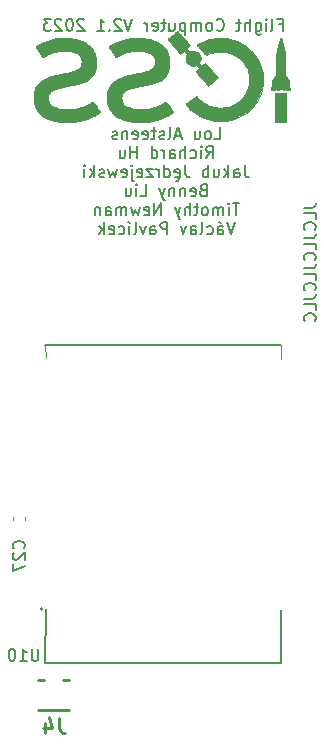
<source format=gbr>
%TF.GenerationSoftware,KiCad,Pcbnew,(6.0.8)*%
%TF.CreationDate,2023-06-03T22:28:48+01:00*%
%TF.ProjectId,circuit board design v2.1,63697263-7569-4742-9062-6f6172642064,rev?*%
%TF.SameCoordinates,Original*%
%TF.FileFunction,Legend,Bot*%
%TF.FilePolarity,Positive*%
%FSLAX46Y46*%
G04 Gerber Fmt 4.6, Leading zero omitted, Abs format (unit mm)*
G04 Created by KiCad (PCBNEW (6.0.8)) date 2023-06-03 22:28:48*
%MOMM*%
%LPD*%
G01*
G04 APERTURE LIST*
%ADD10C,0.150000*%
%ADD11C,0.254000*%
%ADD12C,0.127000*%
%ADD13C,0.120000*%
%ADD14C,0.200000*%
%ADD15C,0.010000*%
G04 APERTURE END LIST*
D10*
X47839380Y-40846952D02*
X48553666Y-40846952D01*
X48696523Y-40799333D01*
X48791761Y-40704095D01*
X48839380Y-40561238D01*
X48839380Y-40466000D01*
X48839380Y-41799333D02*
X48839380Y-41323142D01*
X47839380Y-41323142D01*
X48744142Y-42704095D02*
X48791761Y-42656476D01*
X48839380Y-42513619D01*
X48839380Y-42418380D01*
X48791761Y-42275523D01*
X48696523Y-42180285D01*
X48601285Y-42132666D01*
X48410809Y-42085047D01*
X48267952Y-42085047D01*
X48077476Y-42132666D01*
X47982238Y-42180285D01*
X47887000Y-42275523D01*
X47839380Y-42418380D01*
X47839380Y-42513619D01*
X47887000Y-42656476D01*
X47934619Y-42704095D01*
X47839380Y-43418380D02*
X48553666Y-43418380D01*
X48696523Y-43370761D01*
X48791761Y-43275523D01*
X48839380Y-43132666D01*
X48839380Y-43037428D01*
X48839380Y-44370761D02*
X48839380Y-43894571D01*
X47839380Y-43894571D01*
X48744142Y-45275523D02*
X48791761Y-45227904D01*
X48839380Y-45085047D01*
X48839380Y-44989809D01*
X48791761Y-44846952D01*
X48696523Y-44751714D01*
X48601285Y-44704095D01*
X48410809Y-44656476D01*
X48267952Y-44656476D01*
X48077476Y-44704095D01*
X47982238Y-44751714D01*
X47887000Y-44846952D01*
X47839380Y-44989809D01*
X47839380Y-45085047D01*
X47887000Y-45227904D01*
X47934619Y-45275523D01*
X47839380Y-45989809D02*
X48553666Y-45989809D01*
X48696523Y-45942190D01*
X48791761Y-45846952D01*
X48839380Y-45704095D01*
X48839380Y-45608857D01*
X48839380Y-46942190D02*
X48839380Y-46466000D01*
X47839380Y-46466000D01*
X48744142Y-47846952D02*
X48791761Y-47799333D01*
X48839380Y-47656476D01*
X48839380Y-47561238D01*
X48791761Y-47418380D01*
X48696523Y-47323142D01*
X48601285Y-47275523D01*
X48410809Y-47227904D01*
X48267952Y-47227904D01*
X48077476Y-47275523D01*
X47982238Y-47323142D01*
X47887000Y-47418380D01*
X47839380Y-47561238D01*
X47839380Y-47656476D01*
X47887000Y-47799333D01*
X47934619Y-47846952D01*
X47839380Y-48561238D02*
X48553666Y-48561238D01*
X48696523Y-48513619D01*
X48791761Y-48418380D01*
X48839380Y-48275523D01*
X48839380Y-48180285D01*
X48839380Y-49513619D02*
X48839380Y-49037428D01*
X47839380Y-49037428D01*
X48744142Y-50418380D02*
X48791761Y-50370761D01*
X48839380Y-50227904D01*
X48839380Y-50132666D01*
X48791761Y-49989809D01*
X48696523Y-49894571D01*
X48601285Y-49846952D01*
X48410809Y-49799333D01*
X48267952Y-49799333D01*
X48077476Y-49846952D01*
X47982238Y-49894571D01*
X47887000Y-49989809D01*
X47839380Y-50132666D01*
X47839380Y-50227904D01*
X47887000Y-50370761D01*
X47934619Y-50418380D01*
X45702904Y-25328571D02*
X46036238Y-25328571D01*
X46036238Y-25852380D02*
X46036238Y-24852380D01*
X45560047Y-24852380D01*
X45036238Y-25852380D02*
X45131476Y-25804761D01*
X45179095Y-25709523D01*
X45179095Y-24852380D01*
X44655285Y-25852380D02*
X44655285Y-25185714D01*
X44655285Y-24852380D02*
X44702904Y-24900000D01*
X44655285Y-24947619D01*
X44607666Y-24900000D01*
X44655285Y-24852380D01*
X44655285Y-24947619D01*
X43750523Y-25185714D02*
X43750523Y-25995238D01*
X43798142Y-26090476D01*
X43845761Y-26138095D01*
X43941000Y-26185714D01*
X44083857Y-26185714D01*
X44179095Y-26138095D01*
X43750523Y-25804761D02*
X43845761Y-25852380D01*
X44036238Y-25852380D01*
X44131476Y-25804761D01*
X44179095Y-25757142D01*
X44226714Y-25661904D01*
X44226714Y-25376190D01*
X44179095Y-25280952D01*
X44131476Y-25233333D01*
X44036238Y-25185714D01*
X43845761Y-25185714D01*
X43750523Y-25233333D01*
X43274333Y-25852380D02*
X43274333Y-24852380D01*
X42845761Y-25852380D02*
X42845761Y-25328571D01*
X42893380Y-25233333D01*
X42988619Y-25185714D01*
X43131476Y-25185714D01*
X43226714Y-25233333D01*
X43274333Y-25280952D01*
X42512428Y-25185714D02*
X42131476Y-25185714D01*
X42369571Y-24852380D02*
X42369571Y-25709523D01*
X42321952Y-25804761D01*
X42226714Y-25852380D01*
X42131476Y-25852380D01*
X40464809Y-25757142D02*
X40512428Y-25804761D01*
X40655285Y-25852380D01*
X40750523Y-25852380D01*
X40893380Y-25804761D01*
X40988619Y-25709523D01*
X41036238Y-25614285D01*
X41083857Y-25423809D01*
X41083857Y-25280952D01*
X41036238Y-25090476D01*
X40988619Y-24995238D01*
X40893380Y-24900000D01*
X40750523Y-24852380D01*
X40655285Y-24852380D01*
X40512428Y-24900000D01*
X40464809Y-24947619D01*
X39893380Y-25852380D02*
X39988619Y-25804761D01*
X40036238Y-25757142D01*
X40083857Y-25661904D01*
X40083857Y-25376190D01*
X40036238Y-25280952D01*
X39988619Y-25233333D01*
X39893380Y-25185714D01*
X39750523Y-25185714D01*
X39655285Y-25233333D01*
X39607666Y-25280952D01*
X39560047Y-25376190D01*
X39560047Y-25661904D01*
X39607666Y-25757142D01*
X39655285Y-25804761D01*
X39750523Y-25852380D01*
X39893380Y-25852380D01*
X39131476Y-25852380D02*
X39131476Y-25185714D01*
X39131476Y-25280952D02*
X39083857Y-25233333D01*
X38988619Y-25185714D01*
X38845761Y-25185714D01*
X38750523Y-25233333D01*
X38702904Y-25328571D01*
X38702904Y-25852380D01*
X38702904Y-25328571D02*
X38655285Y-25233333D01*
X38560047Y-25185714D01*
X38417190Y-25185714D01*
X38321952Y-25233333D01*
X38274333Y-25328571D01*
X38274333Y-25852380D01*
X37798142Y-25185714D02*
X37798142Y-26185714D01*
X37798142Y-25233333D02*
X37702904Y-25185714D01*
X37512428Y-25185714D01*
X37417190Y-25233333D01*
X37369571Y-25280952D01*
X37321952Y-25376190D01*
X37321952Y-25661904D01*
X37369571Y-25757142D01*
X37417190Y-25804761D01*
X37512428Y-25852380D01*
X37702904Y-25852380D01*
X37798142Y-25804761D01*
X36464809Y-25185714D02*
X36464809Y-25852380D01*
X36893380Y-25185714D02*
X36893380Y-25709523D01*
X36845761Y-25804761D01*
X36750523Y-25852380D01*
X36607666Y-25852380D01*
X36512428Y-25804761D01*
X36464809Y-25757142D01*
X36131476Y-25185714D02*
X35750523Y-25185714D01*
X35988619Y-24852380D02*
X35988619Y-25709523D01*
X35941000Y-25804761D01*
X35845761Y-25852380D01*
X35750523Y-25852380D01*
X35036238Y-25804761D02*
X35131476Y-25852380D01*
X35321952Y-25852380D01*
X35417190Y-25804761D01*
X35464809Y-25709523D01*
X35464809Y-25328571D01*
X35417190Y-25233333D01*
X35321952Y-25185714D01*
X35131476Y-25185714D01*
X35036238Y-25233333D01*
X34988619Y-25328571D01*
X34988619Y-25423809D01*
X35464809Y-25519047D01*
X34560047Y-25852380D02*
X34560047Y-25185714D01*
X34560047Y-25376190D02*
X34512428Y-25280952D01*
X34464809Y-25233333D01*
X34369571Y-25185714D01*
X34274333Y-25185714D01*
X33321952Y-24852380D02*
X32988619Y-25852380D01*
X32655285Y-24852380D01*
X32369571Y-24947619D02*
X32321952Y-24900000D01*
X32226714Y-24852380D01*
X31988619Y-24852380D01*
X31893380Y-24900000D01*
X31845761Y-24947619D01*
X31798142Y-25042857D01*
X31798142Y-25138095D01*
X31845761Y-25280952D01*
X32417190Y-25852380D01*
X31798142Y-25852380D01*
X31369571Y-25757142D02*
X31321952Y-25804761D01*
X31369571Y-25852380D01*
X31417190Y-25804761D01*
X31369571Y-25757142D01*
X31369571Y-25852380D01*
X30369571Y-25852380D02*
X30941000Y-25852380D01*
X30655285Y-25852380D02*
X30655285Y-24852380D01*
X30750523Y-24995238D01*
X30845761Y-25090476D01*
X30941000Y-25138095D01*
X29226714Y-24947619D02*
X29179095Y-24900000D01*
X29083857Y-24852380D01*
X28845761Y-24852380D01*
X28750523Y-24900000D01*
X28702904Y-24947619D01*
X28655285Y-25042857D01*
X28655285Y-25138095D01*
X28702904Y-25280952D01*
X29274333Y-25852380D01*
X28655285Y-25852380D01*
X28036238Y-24852380D02*
X27941000Y-24852380D01*
X27845761Y-24900000D01*
X27798142Y-24947619D01*
X27750523Y-25042857D01*
X27702904Y-25233333D01*
X27702904Y-25471428D01*
X27750523Y-25661904D01*
X27798142Y-25757142D01*
X27845761Y-25804761D01*
X27941000Y-25852380D01*
X28036238Y-25852380D01*
X28131476Y-25804761D01*
X28179095Y-25757142D01*
X28226714Y-25661904D01*
X28274333Y-25471428D01*
X28274333Y-25233333D01*
X28226714Y-25042857D01*
X28179095Y-24947619D01*
X28131476Y-24900000D01*
X28036238Y-24852380D01*
X27321952Y-24947619D02*
X27274333Y-24900000D01*
X27179095Y-24852380D01*
X26941000Y-24852380D01*
X26845761Y-24900000D01*
X26798142Y-24947619D01*
X26750523Y-25042857D01*
X26750523Y-25138095D01*
X26798142Y-25280952D01*
X27369571Y-25852380D01*
X26750523Y-25852380D01*
X26417190Y-24852380D02*
X25798142Y-24852380D01*
X26131476Y-25233333D01*
X25988619Y-25233333D01*
X25893380Y-25280952D01*
X25845761Y-25328571D01*
X25798142Y-25423809D01*
X25798142Y-25661904D01*
X25845761Y-25757142D01*
X25893380Y-25804761D01*
X25988619Y-25852380D01*
X26274333Y-25852380D01*
X26369571Y-25804761D01*
X26417190Y-25757142D01*
X40266428Y-35035380D02*
X40742619Y-35035380D01*
X40742619Y-34035380D01*
X39790238Y-35035380D02*
X39885476Y-34987761D01*
X39933095Y-34940142D01*
X39980714Y-34844904D01*
X39980714Y-34559190D01*
X39933095Y-34463952D01*
X39885476Y-34416333D01*
X39790238Y-34368714D01*
X39647380Y-34368714D01*
X39552142Y-34416333D01*
X39504523Y-34463952D01*
X39456904Y-34559190D01*
X39456904Y-34844904D01*
X39504523Y-34940142D01*
X39552142Y-34987761D01*
X39647380Y-35035380D01*
X39790238Y-35035380D01*
X38599761Y-34368714D02*
X38599761Y-35035380D01*
X39028333Y-34368714D02*
X39028333Y-34892523D01*
X38980714Y-34987761D01*
X38885476Y-35035380D01*
X38742619Y-35035380D01*
X38647380Y-34987761D01*
X38599761Y-34940142D01*
X37409285Y-34749666D02*
X36933095Y-34749666D01*
X37504523Y-35035380D02*
X37171190Y-34035380D01*
X36837857Y-35035380D01*
X36361666Y-35035380D02*
X36456904Y-34987761D01*
X36504523Y-34892523D01*
X36504523Y-34035380D01*
X36028333Y-34987761D02*
X35933095Y-35035380D01*
X35742619Y-35035380D01*
X35647380Y-34987761D01*
X35599761Y-34892523D01*
X35599761Y-34844904D01*
X35647380Y-34749666D01*
X35742619Y-34702047D01*
X35885476Y-34702047D01*
X35980714Y-34654428D01*
X36028333Y-34559190D01*
X36028333Y-34511571D01*
X35980714Y-34416333D01*
X35885476Y-34368714D01*
X35742619Y-34368714D01*
X35647380Y-34416333D01*
X35314047Y-34368714D02*
X34933095Y-34368714D01*
X35171190Y-34035380D02*
X35171190Y-34892523D01*
X35123571Y-34987761D01*
X35028333Y-35035380D01*
X34933095Y-35035380D01*
X34218809Y-34987761D02*
X34314047Y-35035380D01*
X34504523Y-35035380D01*
X34599761Y-34987761D01*
X34647380Y-34892523D01*
X34647380Y-34511571D01*
X34599761Y-34416333D01*
X34504523Y-34368714D01*
X34314047Y-34368714D01*
X34218809Y-34416333D01*
X34171190Y-34511571D01*
X34171190Y-34606809D01*
X34647380Y-34702047D01*
X33361666Y-34987761D02*
X33456904Y-35035380D01*
X33647380Y-35035380D01*
X33742619Y-34987761D01*
X33790238Y-34892523D01*
X33790238Y-34511571D01*
X33742619Y-34416333D01*
X33647380Y-34368714D01*
X33456904Y-34368714D01*
X33361666Y-34416333D01*
X33314047Y-34511571D01*
X33314047Y-34606809D01*
X33790238Y-34702047D01*
X32885476Y-34368714D02*
X32885476Y-35035380D01*
X32885476Y-34463952D02*
X32837857Y-34416333D01*
X32742619Y-34368714D01*
X32599761Y-34368714D01*
X32504523Y-34416333D01*
X32456904Y-34511571D01*
X32456904Y-35035380D01*
X32028333Y-34987761D02*
X31933095Y-35035380D01*
X31742619Y-35035380D01*
X31647380Y-34987761D01*
X31599761Y-34892523D01*
X31599761Y-34844904D01*
X31647380Y-34749666D01*
X31742619Y-34702047D01*
X31885476Y-34702047D01*
X31980714Y-34654428D01*
X32028333Y-34559190D01*
X32028333Y-34511571D01*
X31980714Y-34416333D01*
X31885476Y-34368714D01*
X31742619Y-34368714D01*
X31647380Y-34416333D01*
X39575952Y-36645380D02*
X39909285Y-36169190D01*
X40147380Y-36645380D02*
X40147380Y-35645380D01*
X39766428Y-35645380D01*
X39671190Y-35693000D01*
X39623571Y-35740619D01*
X39575952Y-35835857D01*
X39575952Y-35978714D01*
X39623571Y-36073952D01*
X39671190Y-36121571D01*
X39766428Y-36169190D01*
X40147380Y-36169190D01*
X39147380Y-36645380D02*
X39147380Y-35978714D01*
X39147380Y-35645380D02*
X39195000Y-35693000D01*
X39147380Y-35740619D01*
X39099761Y-35693000D01*
X39147380Y-35645380D01*
X39147380Y-35740619D01*
X38242619Y-36597761D02*
X38337857Y-36645380D01*
X38528333Y-36645380D01*
X38623571Y-36597761D01*
X38671190Y-36550142D01*
X38718809Y-36454904D01*
X38718809Y-36169190D01*
X38671190Y-36073952D01*
X38623571Y-36026333D01*
X38528333Y-35978714D01*
X38337857Y-35978714D01*
X38242619Y-36026333D01*
X37814047Y-36645380D02*
X37814047Y-35645380D01*
X37385476Y-36645380D02*
X37385476Y-36121571D01*
X37433095Y-36026333D01*
X37528333Y-35978714D01*
X37671190Y-35978714D01*
X37766428Y-36026333D01*
X37814047Y-36073952D01*
X36480714Y-36645380D02*
X36480714Y-36121571D01*
X36528333Y-36026333D01*
X36623571Y-35978714D01*
X36814047Y-35978714D01*
X36909285Y-36026333D01*
X36480714Y-36597761D02*
X36575952Y-36645380D01*
X36814047Y-36645380D01*
X36909285Y-36597761D01*
X36956904Y-36502523D01*
X36956904Y-36407285D01*
X36909285Y-36312047D01*
X36814047Y-36264428D01*
X36575952Y-36264428D01*
X36480714Y-36216809D01*
X36004523Y-36645380D02*
X36004523Y-35978714D01*
X36004523Y-36169190D02*
X35956904Y-36073952D01*
X35909285Y-36026333D01*
X35814047Y-35978714D01*
X35718809Y-35978714D01*
X34956904Y-36645380D02*
X34956904Y-35645380D01*
X34956904Y-36597761D02*
X35052142Y-36645380D01*
X35242619Y-36645380D01*
X35337857Y-36597761D01*
X35385476Y-36550142D01*
X35433095Y-36454904D01*
X35433095Y-36169190D01*
X35385476Y-36073952D01*
X35337857Y-36026333D01*
X35242619Y-35978714D01*
X35052142Y-35978714D01*
X34956904Y-36026333D01*
X33718809Y-36645380D02*
X33718809Y-35645380D01*
X33718809Y-36121571D02*
X33147380Y-36121571D01*
X33147380Y-36645380D02*
X33147380Y-35645380D01*
X32242619Y-35978714D02*
X32242619Y-36645380D01*
X32671190Y-35978714D02*
X32671190Y-36502523D01*
X32623571Y-36597761D01*
X32528333Y-36645380D01*
X32385476Y-36645380D01*
X32290238Y-36597761D01*
X32242619Y-36550142D01*
X42837857Y-37255380D02*
X42837857Y-37969666D01*
X42885476Y-38112523D01*
X42980714Y-38207761D01*
X43123571Y-38255380D01*
X43218809Y-38255380D01*
X41933095Y-38255380D02*
X41933095Y-37731571D01*
X41980714Y-37636333D01*
X42075952Y-37588714D01*
X42266428Y-37588714D01*
X42361666Y-37636333D01*
X41933095Y-38207761D02*
X42028333Y-38255380D01*
X42266428Y-38255380D01*
X42361666Y-38207761D01*
X42409285Y-38112523D01*
X42409285Y-38017285D01*
X42361666Y-37922047D01*
X42266428Y-37874428D01*
X42028333Y-37874428D01*
X41933095Y-37826809D01*
X41456904Y-38255380D02*
X41456904Y-37255380D01*
X41361666Y-37874428D02*
X41075952Y-38255380D01*
X41075952Y-37588714D02*
X41456904Y-37969666D01*
X40218809Y-37588714D02*
X40218809Y-38255380D01*
X40647380Y-37588714D02*
X40647380Y-38112523D01*
X40599761Y-38207761D01*
X40504523Y-38255380D01*
X40361666Y-38255380D01*
X40266428Y-38207761D01*
X40218809Y-38160142D01*
X39742619Y-38255380D02*
X39742619Y-37255380D01*
X39742619Y-37636333D02*
X39647380Y-37588714D01*
X39456904Y-37588714D01*
X39361666Y-37636333D01*
X39314047Y-37683952D01*
X39266428Y-37779190D01*
X39266428Y-38064904D01*
X39314047Y-38160142D01*
X39361666Y-38207761D01*
X39456904Y-38255380D01*
X39647380Y-38255380D01*
X39742619Y-38207761D01*
X37790238Y-37255380D02*
X37790238Y-37969666D01*
X37837857Y-38112523D01*
X37933095Y-38207761D01*
X38075952Y-38255380D01*
X38171190Y-38255380D01*
X36933095Y-38207761D02*
X37028333Y-38255380D01*
X37218809Y-38255380D01*
X37314047Y-38207761D01*
X37361666Y-38112523D01*
X37361666Y-37731571D01*
X37314047Y-37636333D01*
X37218809Y-37588714D01*
X37028333Y-37588714D01*
X36933095Y-37636333D01*
X36885476Y-37731571D01*
X36885476Y-37826809D01*
X37361666Y-37922047D01*
X37123571Y-38255380D02*
X37218809Y-38350619D01*
X37266428Y-38445857D01*
X37218809Y-38541095D01*
X37123571Y-38588714D01*
X37028333Y-38588714D01*
X36028333Y-38255380D02*
X36028333Y-37255380D01*
X36028333Y-38207761D02*
X36123571Y-38255380D01*
X36314047Y-38255380D01*
X36409285Y-38207761D01*
X36456904Y-38160142D01*
X36504523Y-38064904D01*
X36504523Y-37779190D01*
X36456904Y-37683952D01*
X36409285Y-37636333D01*
X36314047Y-37588714D01*
X36123571Y-37588714D01*
X36028333Y-37636333D01*
X35552142Y-38255380D02*
X35552142Y-37588714D01*
X35552142Y-37779190D02*
X35504523Y-37683952D01*
X35456904Y-37636333D01*
X35361666Y-37588714D01*
X35266428Y-37588714D01*
X35028333Y-37588714D02*
X34504523Y-37588714D01*
X35028333Y-38255380D01*
X34504523Y-38255380D01*
X33742619Y-38207761D02*
X33837857Y-38255380D01*
X34028333Y-38255380D01*
X34123571Y-38207761D01*
X34171190Y-38112523D01*
X34171190Y-37731571D01*
X34123571Y-37636333D01*
X34028333Y-37588714D01*
X33837857Y-37588714D01*
X33742619Y-37636333D01*
X33695000Y-37731571D01*
X33695000Y-37826809D01*
X34171190Y-37922047D01*
X33266428Y-37588714D02*
X33266428Y-38445857D01*
X33314047Y-38541095D01*
X33409285Y-38588714D01*
X33456904Y-38588714D01*
X33266428Y-37255380D02*
X33314047Y-37303000D01*
X33266428Y-37350619D01*
X33218809Y-37303000D01*
X33266428Y-37255380D01*
X33266428Y-37350619D01*
X32409285Y-38207761D02*
X32504523Y-38255380D01*
X32695000Y-38255380D01*
X32790238Y-38207761D01*
X32837857Y-38112523D01*
X32837857Y-37731571D01*
X32790238Y-37636333D01*
X32695000Y-37588714D01*
X32504523Y-37588714D01*
X32409285Y-37636333D01*
X32361666Y-37731571D01*
X32361666Y-37826809D01*
X32837857Y-37922047D01*
X32028333Y-37588714D02*
X31837857Y-38255380D01*
X31647380Y-37779190D01*
X31456904Y-38255380D01*
X31266428Y-37588714D01*
X30933095Y-38207761D02*
X30837857Y-38255380D01*
X30647380Y-38255380D01*
X30552142Y-38207761D01*
X30504523Y-38112523D01*
X30504523Y-38064904D01*
X30552142Y-37969666D01*
X30647380Y-37922047D01*
X30790238Y-37922047D01*
X30885476Y-37874428D01*
X30933095Y-37779190D01*
X30933095Y-37731571D01*
X30885476Y-37636333D01*
X30790238Y-37588714D01*
X30647380Y-37588714D01*
X30552142Y-37636333D01*
X30075952Y-38255380D02*
X30075952Y-37255380D01*
X29980714Y-37874428D02*
X29695000Y-38255380D01*
X29695000Y-37588714D02*
X30075952Y-37969666D01*
X29266428Y-38255380D02*
X29266428Y-37588714D01*
X29266428Y-37255380D02*
X29314047Y-37303000D01*
X29266428Y-37350619D01*
X29218809Y-37303000D01*
X29266428Y-37255380D01*
X29266428Y-37350619D01*
X39314047Y-39341571D02*
X39171190Y-39389190D01*
X39123571Y-39436809D01*
X39075952Y-39532047D01*
X39075952Y-39674904D01*
X39123571Y-39770142D01*
X39171190Y-39817761D01*
X39266428Y-39865380D01*
X39647380Y-39865380D01*
X39647380Y-38865380D01*
X39314047Y-38865380D01*
X39218809Y-38913000D01*
X39171190Y-38960619D01*
X39123571Y-39055857D01*
X39123571Y-39151095D01*
X39171190Y-39246333D01*
X39218809Y-39293952D01*
X39314047Y-39341571D01*
X39647380Y-39341571D01*
X38266428Y-39817761D02*
X38361666Y-39865380D01*
X38552142Y-39865380D01*
X38647380Y-39817761D01*
X38695000Y-39722523D01*
X38695000Y-39341571D01*
X38647380Y-39246333D01*
X38552142Y-39198714D01*
X38361666Y-39198714D01*
X38266428Y-39246333D01*
X38218809Y-39341571D01*
X38218809Y-39436809D01*
X38695000Y-39532047D01*
X37790238Y-39198714D02*
X37790238Y-39865380D01*
X37790238Y-39293952D02*
X37742619Y-39246333D01*
X37647380Y-39198714D01*
X37504523Y-39198714D01*
X37409285Y-39246333D01*
X37361666Y-39341571D01*
X37361666Y-39865380D01*
X36885476Y-39198714D02*
X36885476Y-39865380D01*
X36885476Y-39293952D02*
X36837857Y-39246333D01*
X36742619Y-39198714D01*
X36599761Y-39198714D01*
X36504523Y-39246333D01*
X36456904Y-39341571D01*
X36456904Y-39865380D01*
X36075952Y-39198714D02*
X35837857Y-39865380D01*
X35599761Y-39198714D02*
X35837857Y-39865380D01*
X35933095Y-40103476D01*
X35980714Y-40151095D01*
X36075952Y-40198714D01*
X33980714Y-39865380D02*
X34456904Y-39865380D01*
X34456904Y-38865380D01*
X33647380Y-39865380D02*
X33647380Y-39198714D01*
X33647380Y-38865380D02*
X33695000Y-38913000D01*
X33647380Y-38960619D01*
X33599761Y-38913000D01*
X33647380Y-38865380D01*
X33647380Y-38960619D01*
X32742619Y-39198714D02*
X32742619Y-39865380D01*
X33171190Y-39198714D02*
X33171190Y-39722523D01*
X33123571Y-39817761D01*
X33028333Y-39865380D01*
X32885476Y-39865380D01*
X32790238Y-39817761D01*
X32742619Y-39770142D01*
X42385476Y-40475380D02*
X41814047Y-40475380D01*
X42099761Y-41475380D02*
X42099761Y-40475380D01*
X41480714Y-41475380D02*
X41480714Y-40808714D01*
X41480714Y-40475380D02*
X41528333Y-40523000D01*
X41480714Y-40570619D01*
X41433095Y-40523000D01*
X41480714Y-40475380D01*
X41480714Y-40570619D01*
X41004523Y-41475380D02*
X41004523Y-40808714D01*
X41004523Y-40903952D02*
X40956904Y-40856333D01*
X40861666Y-40808714D01*
X40718809Y-40808714D01*
X40623571Y-40856333D01*
X40575952Y-40951571D01*
X40575952Y-41475380D01*
X40575952Y-40951571D02*
X40528333Y-40856333D01*
X40433095Y-40808714D01*
X40290238Y-40808714D01*
X40195000Y-40856333D01*
X40147380Y-40951571D01*
X40147380Y-41475380D01*
X39528333Y-41475380D02*
X39623571Y-41427761D01*
X39671190Y-41380142D01*
X39718809Y-41284904D01*
X39718809Y-40999190D01*
X39671190Y-40903952D01*
X39623571Y-40856333D01*
X39528333Y-40808714D01*
X39385476Y-40808714D01*
X39290238Y-40856333D01*
X39242619Y-40903952D01*
X39195000Y-40999190D01*
X39195000Y-41284904D01*
X39242619Y-41380142D01*
X39290238Y-41427761D01*
X39385476Y-41475380D01*
X39528333Y-41475380D01*
X38909285Y-40808714D02*
X38528333Y-40808714D01*
X38766428Y-40475380D02*
X38766428Y-41332523D01*
X38718809Y-41427761D01*
X38623571Y-41475380D01*
X38528333Y-41475380D01*
X38195000Y-41475380D02*
X38195000Y-40475380D01*
X37766428Y-41475380D02*
X37766428Y-40951571D01*
X37814047Y-40856333D01*
X37909285Y-40808714D01*
X38052142Y-40808714D01*
X38147380Y-40856333D01*
X38195000Y-40903952D01*
X37385476Y-40808714D02*
X37147380Y-41475380D01*
X36909285Y-40808714D02*
X37147380Y-41475380D01*
X37242619Y-41713476D01*
X37290238Y-41761095D01*
X37385476Y-41808714D01*
X35766428Y-41475380D02*
X35766428Y-40475380D01*
X35195000Y-41475380D01*
X35195000Y-40475380D01*
X34337857Y-41427761D02*
X34433095Y-41475380D01*
X34623571Y-41475380D01*
X34718809Y-41427761D01*
X34766428Y-41332523D01*
X34766428Y-40951571D01*
X34718809Y-40856333D01*
X34623571Y-40808714D01*
X34433095Y-40808714D01*
X34337857Y-40856333D01*
X34290238Y-40951571D01*
X34290238Y-41046809D01*
X34766428Y-41142047D01*
X33956904Y-40808714D02*
X33766428Y-41475380D01*
X33575952Y-40999190D01*
X33385476Y-41475380D01*
X33195000Y-40808714D01*
X32814047Y-41475380D02*
X32814047Y-40808714D01*
X32814047Y-40903952D02*
X32766428Y-40856333D01*
X32671190Y-40808714D01*
X32528333Y-40808714D01*
X32433095Y-40856333D01*
X32385476Y-40951571D01*
X32385476Y-41475380D01*
X32385476Y-40951571D02*
X32337857Y-40856333D01*
X32242619Y-40808714D01*
X32099761Y-40808714D01*
X32004523Y-40856333D01*
X31956904Y-40951571D01*
X31956904Y-41475380D01*
X31052142Y-41475380D02*
X31052142Y-40951571D01*
X31099761Y-40856333D01*
X31195000Y-40808714D01*
X31385476Y-40808714D01*
X31480714Y-40856333D01*
X31052142Y-41427761D02*
X31147380Y-41475380D01*
X31385476Y-41475380D01*
X31480714Y-41427761D01*
X31528333Y-41332523D01*
X31528333Y-41237285D01*
X31480714Y-41142047D01*
X31385476Y-41094428D01*
X31147380Y-41094428D01*
X31052142Y-41046809D01*
X30575952Y-40808714D02*
X30575952Y-41475380D01*
X30575952Y-40903952D02*
X30528333Y-40856333D01*
X30433095Y-40808714D01*
X30290238Y-40808714D01*
X30195000Y-40856333D01*
X30147380Y-40951571D01*
X30147380Y-41475380D01*
X41980714Y-42085380D02*
X41647380Y-43085380D01*
X41314047Y-42085380D01*
X40552142Y-43085380D02*
X40552142Y-42561571D01*
X40599761Y-42466333D01*
X40695000Y-42418714D01*
X40885476Y-42418714D01*
X40980714Y-42466333D01*
X40552142Y-43037761D02*
X40647380Y-43085380D01*
X40885476Y-43085380D01*
X40980714Y-43037761D01*
X41028333Y-42942523D01*
X41028333Y-42847285D01*
X40980714Y-42752047D01*
X40885476Y-42704428D01*
X40647380Y-42704428D01*
X40552142Y-42656809D01*
X40695000Y-42037761D02*
X40837857Y-42180619D01*
X39647380Y-43037761D02*
X39742619Y-43085380D01*
X39933095Y-43085380D01*
X40028333Y-43037761D01*
X40075952Y-42990142D01*
X40123571Y-42894904D01*
X40123571Y-42609190D01*
X40075952Y-42513952D01*
X40028333Y-42466333D01*
X39933095Y-42418714D01*
X39742619Y-42418714D01*
X39647380Y-42466333D01*
X39075952Y-43085380D02*
X39171190Y-43037761D01*
X39218809Y-42942523D01*
X39218809Y-42085380D01*
X38266428Y-43085380D02*
X38266428Y-42561571D01*
X38314047Y-42466333D01*
X38409285Y-42418714D01*
X38599761Y-42418714D01*
X38695000Y-42466333D01*
X38266428Y-43037761D02*
X38361666Y-43085380D01*
X38599761Y-43085380D01*
X38695000Y-43037761D01*
X38742619Y-42942523D01*
X38742619Y-42847285D01*
X38695000Y-42752047D01*
X38599761Y-42704428D01*
X38361666Y-42704428D01*
X38266428Y-42656809D01*
X37885476Y-42418714D02*
X37647380Y-43085380D01*
X37409285Y-42418714D01*
X36266428Y-43085380D02*
X36266428Y-42085380D01*
X35885476Y-42085380D01*
X35790238Y-42133000D01*
X35742619Y-42180619D01*
X35695000Y-42275857D01*
X35695000Y-42418714D01*
X35742619Y-42513952D01*
X35790238Y-42561571D01*
X35885476Y-42609190D01*
X36266428Y-42609190D01*
X34837857Y-43085380D02*
X34837857Y-42561571D01*
X34885476Y-42466333D01*
X34980714Y-42418714D01*
X35171190Y-42418714D01*
X35266428Y-42466333D01*
X34837857Y-43037761D02*
X34933095Y-43085380D01*
X35171190Y-43085380D01*
X35266428Y-43037761D01*
X35314047Y-42942523D01*
X35314047Y-42847285D01*
X35266428Y-42752047D01*
X35171190Y-42704428D01*
X34933095Y-42704428D01*
X34837857Y-42656809D01*
X34456904Y-42418714D02*
X34218809Y-43085380D01*
X33980714Y-42418714D01*
X33456904Y-43085380D02*
X33552142Y-43037761D01*
X33599761Y-42942523D01*
X33599761Y-42085380D01*
X33075952Y-43085380D02*
X33075952Y-42418714D01*
X32980714Y-42037761D02*
X33123571Y-42180619D01*
X32171190Y-43037761D02*
X32266428Y-43085380D01*
X32456904Y-43085380D01*
X32552142Y-43037761D01*
X32599761Y-42990142D01*
X32647380Y-42894904D01*
X32647380Y-42609190D01*
X32599761Y-42513952D01*
X32552142Y-42466333D01*
X32456904Y-42418714D01*
X32266428Y-42418714D01*
X32171190Y-42466333D01*
X31361666Y-43037761D02*
X31456904Y-43085380D01*
X31647380Y-43085380D01*
X31742619Y-43037761D01*
X31790238Y-42942523D01*
X31790238Y-42561571D01*
X31742619Y-42466333D01*
X31647380Y-42418714D01*
X31456904Y-42418714D01*
X31361666Y-42466333D01*
X31314047Y-42561571D01*
X31314047Y-42656809D01*
X31790238Y-42752047D01*
X30885476Y-43085380D02*
X30885476Y-42085380D01*
X30790238Y-42704428D02*
X30504523Y-43085380D01*
X30504523Y-42418714D02*
X30885476Y-42799666D01*
%TO.C,U10*%
X25368095Y-78192380D02*
X25368095Y-79001904D01*
X25320476Y-79097142D01*
X25272857Y-79144761D01*
X25177619Y-79192380D01*
X24987142Y-79192380D01*
X24891904Y-79144761D01*
X24844285Y-79097142D01*
X24796666Y-79001904D01*
X24796666Y-78192380D01*
X23796666Y-79192380D02*
X24368095Y-79192380D01*
X24082380Y-79192380D02*
X24082380Y-78192380D01*
X24177619Y-78335238D01*
X24272857Y-78430476D01*
X24368095Y-78478095D01*
X23177619Y-78192380D02*
X23082380Y-78192380D01*
X22987142Y-78240000D01*
X22939523Y-78287619D01*
X22891904Y-78382857D01*
X22844285Y-78573333D01*
X22844285Y-78811428D01*
X22891904Y-79001904D01*
X22939523Y-79097142D01*
X22987142Y-79144761D01*
X23082380Y-79192380D01*
X23177619Y-79192380D01*
X23272857Y-79144761D01*
X23320476Y-79097142D01*
X23368095Y-79001904D01*
X23415714Y-78811428D01*
X23415714Y-78573333D01*
X23368095Y-78382857D01*
X23320476Y-78287619D01*
X23272857Y-78240000D01*
X23177619Y-78192380D01*
%TO.C,C27*%
X24106142Y-69688642D02*
X24153761Y-69641023D01*
X24201380Y-69498166D01*
X24201380Y-69402928D01*
X24153761Y-69260071D01*
X24058523Y-69164833D01*
X23963285Y-69117214D01*
X23772809Y-69069595D01*
X23629952Y-69069595D01*
X23439476Y-69117214D01*
X23344238Y-69164833D01*
X23249000Y-69260071D01*
X23201380Y-69402928D01*
X23201380Y-69498166D01*
X23249000Y-69641023D01*
X23296619Y-69688642D01*
X23296619Y-70069595D02*
X23249000Y-70117214D01*
X23201380Y-70212452D01*
X23201380Y-70450547D01*
X23249000Y-70545785D01*
X23296619Y-70593404D01*
X23391857Y-70641023D01*
X23487095Y-70641023D01*
X23629952Y-70593404D01*
X24201380Y-70021976D01*
X24201380Y-70641023D01*
X23201380Y-70974357D02*
X23201380Y-71641023D01*
X24201380Y-71212452D01*
D11*
%TO.C,J4*%
X27093333Y-84013523D02*
X27093333Y-84920666D01*
X27153809Y-85102095D01*
X27274761Y-85223047D01*
X27456190Y-85283523D01*
X27577142Y-85283523D01*
X25944285Y-84436857D02*
X25944285Y-85283523D01*
X26246666Y-83953047D02*
X26549047Y-84860190D01*
X25762857Y-84860190D01*
D12*
%TO.C,U10*%
X25969238Y-74799928D02*
X25966000Y-79388000D01*
X25966000Y-79388000D02*
X45916000Y-79388000D01*
X45916000Y-52438000D02*
X25966000Y-52438000D01*
D13*
X25966000Y-52438000D02*
X25969627Y-53609115D01*
D12*
X45916000Y-79388000D02*
X45906309Y-74882071D01*
D13*
X45916000Y-52438000D02*
X45914012Y-53640401D01*
D14*
X25718878Y-74806517D02*
G75*
G03*
X25718878Y-74806517I-100000J0D01*
G01*
%TO.C,L1*%
G36*
X45905921Y-26468130D02*
G01*
X45918652Y-26487659D01*
X45933547Y-26521419D01*
X45951832Y-26571951D01*
X45974733Y-26641798D01*
X46003474Y-26733500D01*
X46030520Y-26824167D01*
X46072354Y-26976229D01*
X46114327Y-27141708D01*
X46154730Y-27313530D01*
X46191859Y-27484619D01*
X46224005Y-27647900D01*
X46225831Y-27658296D01*
X46230222Y-27689018D01*
X46234060Y-27725945D01*
X46237365Y-27770556D01*
X46240156Y-27824326D01*
X46242452Y-27888731D01*
X46244272Y-27965248D01*
X46245636Y-28055353D01*
X46246562Y-28160522D01*
X46247069Y-28282232D01*
X46247177Y-28421959D01*
X46246905Y-28581178D01*
X46246272Y-28761367D01*
X46245297Y-28964002D01*
X46243999Y-29190559D01*
X46243847Y-29217013D01*
X46243434Y-29339341D01*
X46243690Y-29438582D01*
X46244669Y-29516672D01*
X46246423Y-29575543D01*
X46249006Y-29617128D01*
X46252473Y-29643362D01*
X46256875Y-29656177D01*
X46257019Y-29656375D01*
X46270098Y-29673168D01*
X46296378Y-29706053D01*
X46333058Y-29751553D01*
X46377333Y-29806192D01*
X46426403Y-29866492D01*
X46580355Y-30055298D01*
X46607398Y-30423224D01*
X46608550Y-30438858D01*
X46615767Y-30535143D01*
X46622706Y-30625055D01*
X46629061Y-30704801D01*
X46634524Y-30770590D01*
X46638789Y-30818629D01*
X46641549Y-30845125D01*
X46648656Y-30899100D01*
X46392627Y-30899100D01*
X46319839Y-30841957D01*
X46297923Y-30825797D01*
X46252584Y-30799060D01*
X46214278Y-30785175D01*
X46187129Y-30785321D01*
X46175263Y-30800675D01*
X46173532Y-30817330D01*
X46170850Y-30848300D01*
X46168903Y-30871350D01*
X46166438Y-30895925D01*
X46165538Y-30900678D01*
X46156211Y-30910400D01*
X46134286Y-30906826D01*
X46095485Y-30889575D01*
X46088694Y-30885958D01*
X46061461Y-30865157D01*
X46050513Y-30845125D01*
X46049751Y-30839380D01*
X46043687Y-30832018D01*
X46028177Y-30827225D01*
X45999235Y-30824465D01*
X45952872Y-30823202D01*
X45885100Y-30822900D01*
X45842443Y-30822991D01*
X45787738Y-30823793D01*
X45752096Y-30825872D01*
X45731530Y-30829763D01*
X45722052Y-30836002D01*
X45719673Y-30845125D01*
X45718127Y-30850719D01*
X45700735Y-30869757D01*
X45670838Y-30889698D01*
X45637026Y-30905420D01*
X45607890Y-30911800D01*
X45603799Y-30910131D01*
X45595819Y-30889662D01*
X45593000Y-30848300D01*
X45592520Y-30814510D01*
X45588254Y-30793632D01*
X45575869Y-30785915D01*
X45551031Y-30784800D01*
X45528021Y-30787967D01*
X45484401Y-30806148D01*
X45427900Y-30841950D01*
X45346740Y-30899100D01*
X45215870Y-30899100D01*
X45189287Y-30899075D01*
X45139579Y-30898480D01*
X45108864Y-30896323D01*
X45092581Y-30891609D01*
X45086170Y-30883342D01*
X45085073Y-30870525D01*
X45085188Y-30866831D01*
X45086864Y-30839862D01*
X45090328Y-30792083D01*
X45095319Y-30726898D01*
X45101570Y-30647711D01*
X45108820Y-30557927D01*
X45116803Y-30460950D01*
X45119653Y-30426605D01*
X45127375Y-30332966D01*
X45134276Y-30248466D01*
X45140097Y-30176339D01*
X45144578Y-30119820D01*
X45147460Y-30082143D01*
X45148481Y-30066543D01*
X45149951Y-30063192D01*
X45164424Y-30043062D01*
X45192392Y-30008176D01*
X45231421Y-29961466D01*
X45279079Y-29905861D01*
X45332934Y-29844293D01*
X45517367Y-29635450D01*
X45511125Y-29190950D01*
X45510749Y-29164439D01*
X45508811Y-29035429D01*
X45506580Y-28896649D01*
X45504178Y-28755132D01*
X45501726Y-28617913D01*
X45499345Y-28492024D01*
X45497159Y-28384500D01*
X45496222Y-28337233D01*
X45494602Y-28191295D01*
X45495765Y-28063779D01*
X45500196Y-27949362D01*
X45508384Y-27842725D01*
X45520816Y-27738546D01*
X45537979Y-27631504D01*
X45560360Y-27516279D01*
X45588447Y-27387550D01*
X45596926Y-27350857D01*
X45620989Y-27252629D01*
X45648080Y-27148928D01*
X45677266Y-27042761D01*
X45707616Y-26937137D01*
X45738196Y-26835063D01*
X45768074Y-26739548D01*
X45796318Y-26653599D01*
X45821994Y-26580225D01*
X45844169Y-26522434D01*
X45861912Y-26483233D01*
X45874290Y-26465632D01*
X45882050Y-26461597D01*
X45894129Y-26460290D01*
X45905921Y-26468130D01*
G37*
D15*
X45905921Y-26468130D02*
X45918652Y-26487659D01*
X45933547Y-26521419D01*
X45951832Y-26571951D01*
X45974733Y-26641798D01*
X46003474Y-26733500D01*
X46030520Y-26824167D01*
X46072354Y-26976229D01*
X46114327Y-27141708D01*
X46154730Y-27313530D01*
X46191859Y-27484619D01*
X46224005Y-27647900D01*
X46225831Y-27658296D01*
X46230222Y-27689018D01*
X46234060Y-27725945D01*
X46237365Y-27770556D01*
X46240156Y-27824326D01*
X46242452Y-27888731D01*
X46244272Y-27965248D01*
X46245636Y-28055353D01*
X46246562Y-28160522D01*
X46247069Y-28282232D01*
X46247177Y-28421959D01*
X46246905Y-28581178D01*
X46246272Y-28761367D01*
X46245297Y-28964002D01*
X46243999Y-29190559D01*
X46243847Y-29217013D01*
X46243434Y-29339341D01*
X46243690Y-29438582D01*
X46244669Y-29516672D01*
X46246423Y-29575543D01*
X46249006Y-29617128D01*
X46252473Y-29643362D01*
X46256875Y-29656177D01*
X46257019Y-29656375D01*
X46270098Y-29673168D01*
X46296378Y-29706053D01*
X46333058Y-29751553D01*
X46377333Y-29806192D01*
X46426403Y-29866492D01*
X46580355Y-30055298D01*
X46607398Y-30423224D01*
X46608550Y-30438858D01*
X46615767Y-30535143D01*
X46622706Y-30625055D01*
X46629061Y-30704801D01*
X46634524Y-30770590D01*
X46638789Y-30818629D01*
X46641549Y-30845125D01*
X46648656Y-30899100D01*
X46392627Y-30899100D01*
X46319839Y-30841957D01*
X46297923Y-30825797D01*
X46252584Y-30799060D01*
X46214278Y-30785175D01*
X46187129Y-30785321D01*
X46175263Y-30800675D01*
X46173532Y-30817330D01*
X46170850Y-30848300D01*
X46168903Y-30871350D01*
X46166438Y-30895925D01*
X46165538Y-30900678D01*
X46156211Y-30910400D01*
X46134286Y-30906826D01*
X46095485Y-30889575D01*
X46088694Y-30885958D01*
X46061461Y-30865157D01*
X46050513Y-30845125D01*
X46049751Y-30839380D01*
X46043687Y-30832018D01*
X46028177Y-30827225D01*
X45999235Y-30824465D01*
X45952872Y-30823202D01*
X45885100Y-30822900D01*
X45842443Y-30822991D01*
X45787738Y-30823793D01*
X45752096Y-30825872D01*
X45731530Y-30829763D01*
X45722052Y-30836002D01*
X45719673Y-30845125D01*
X45718127Y-30850719D01*
X45700735Y-30869757D01*
X45670838Y-30889698D01*
X45637026Y-30905420D01*
X45607890Y-30911800D01*
X45603799Y-30910131D01*
X45595819Y-30889662D01*
X45593000Y-30848300D01*
X45592520Y-30814510D01*
X45588254Y-30793632D01*
X45575869Y-30785915D01*
X45551031Y-30784800D01*
X45528021Y-30787967D01*
X45484401Y-30806148D01*
X45427900Y-30841950D01*
X45346740Y-30899100D01*
X45215870Y-30899100D01*
X45189287Y-30899075D01*
X45139579Y-30898480D01*
X45108864Y-30896323D01*
X45092581Y-30891609D01*
X45086170Y-30883342D01*
X45085073Y-30870525D01*
X45085188Y-30866831D01*
X45086864Y-30839862D01*
X45090328Y-30792083D01*
X45095319Y-30726898D01*
X45101570Y-30647711D01*
X45108820Y-30557927D01*
X45116803Y-30460950D01*
X45119653Y-30426605D01*
X45127375Y-30332966D01*
X45134276Y-30248466D01*
X45140097Y-30176339D01*
X45144578Y-30119820D01*
X45147460Y-30082143D01*
X45148481Y-30066543D01*
X45149951Y-30063192D01*
X45164424Y-30043062D01*
X45192392Y-30008176D01*
X45231421Y-29961466D01*
X45279079Y-29905861D01*
X45332934Y-29844293D01*
X45517367Y-29635450D01*
X45511125Y-29190950D01*
X45510749Y-29164439D01*
X45508811Y-29035429D01*
X45506580Y-28896649D01*
X45504178Y-28755132D01*
X45501726Y-28617913D01*
X45499345Y-28492024D01*
X45497159Y-28384500D01*
X45496222Y-28337233D01*
X45494602Y-28191295D01*
X45495765Y-28063779D01*
X45500196Y-27949362D01*
X45508384Y-27842725D01*
X45520816Y-27738546D01*
X45537979Y-27631504D01*
X45560360Y-27516279D01*
X45588447Y-27387550D01*
X45596926Y-27350857D01*
X45620989Y-27252629D01*
X45648080Y-27148928D01*
X45677266Y-27042761D01*
X45707616Y-26937137D01*
X45738196Y-26835063D01*
X45768074Y-26739548D01*
X45796318Y-26653599D01*
X45821994Y-26580225D01*
X45844169Y-26522434D01*
X45861912Y-26483233D01*
X45874290Y-26465632D01*
X45882050Y-26461597D01*
X45894129Y-26460290D01*
X45905921Y-26468130D01*
G36*
X40972959Y-26470596D02*
G01*
X41271034Y-26499477D01*
X41566239Y-26552345D01*
X41857050Y-26629145D01*
X42141943Y-26729820D01*
X42419394Y-26854315D01*
X42613864Y-26958025D01*
X42818082Y-27084193D01*
X43010791Y-27223556D01*
X43197370Y-27380042D01*
X43383200Y-27557577D01*
X43435471Y-27611201D01*
X43537882Y-27722257D01*
X43629735Y-27831816D01*
X43717808Y-27948193D01*
X43808880Y-28079700D01*
X43873623Y-28180109D01*
X44011946Y-28424525D01*
X44128636Y-28678160D01*
X44224471Y-28943056D01*
X44300232Y-29221255D01*
X44356697Y-29514800D01*
X44361172Y-29548159D01*
X44368515Y-29628459D01*
X44374174Y-29725635D01*
X44378111Y-29834411D01*
X44380287Y-29949514D01*
X44380664Y-30065669D01*
X44379204Y-30177601D01*
X44375867Y-30280035D01*
X44370616Y-30367696D01*
X44363412Y-30435310D01*
X44336733Y-30597139D01*
X44275689Y-30874440D01*
X44196746Y-31136790D01*
X44098614Y-31387318D01*
X43980000Y-31629152D01*
X43839611Y-31865420D01*
X43676156Y-32099250D01*
X43629250Y-32159548D01*
X43530282Y-32276821D01*
X43419562Y-32397637D01*
X43303242Y-32515635D01*
X43187471Y-32624450D01*
X43078400Y-32717718D01*
X42963996Y-32805918D01*
X42719136Y-32971916D01*
X42460740Y-33118506D01*
X42191836Y-33244201D01*
X41915454Y-33347513D01*
X41634626Y-33426952D01*
X41606408Y-33433404D01*
X41521284Y-33450859D01*
X41423829Y-33468645D01*
X41321463Y-33485572D01*
X41221606Y-33500448D01*
X41131678Y-33512084D01*
X41059100Y-33519289D01*
X41039560Y-33520353D01*
X40993486Y-33521944D01*
X40931528Y-33523467D01*
X40859325Y-33524790D01*
X40782514Y-33525781D01*
X40572775Y-33522040D01*
X40270579Y-33495727D01*
X39974069Y-33445082D01*
X39684385Y-33370572D01*
X39402667Y-33272664D01*
X39130055Y-33151824D01*
X38867690Y-33008521D01*
X38616711Y-32843221D01*
X38378257Y-32656392D01*
X38153469Y-32448500D01*
X38142336Y-32437260D01*
X38086530Y-32379029D01*
X38030127Y-32317425D01*
X37975712Y-32255563D01*
X37925868Y-32196556D01*
X37883179Y-32143516D01*
X37850227Y-32099557D01*
X37829597Y-32067792D01*
X37823872Y-32051334D01*
X37828261Y-32046141D01*
X37850319Y-32027516D01*
X37887553Y-31999028D01*
X37936275Y-31963466D01*
X37992796Y-31923620D01*
X38114653Y-31839152D01*
X38264341Y-31735598D01*
X38394981Y-31645481D01*
X38506327Y-31568971D01*
X38598133Y-31506235D01*
X38670152Y-31457442D01*
X38722138Y-31422760D01*
X38753843Y-31402357D01*
X38765021Y-31396402D01*
X38765595Y-31397161D01*
X38777481Y-31411381D01*
X38802149Y-31440355D01*
X38836434Y-31480379D01*
X38877175Y-31527750D01*
X39005964Y-31665348D01*
X39186824Y-31825778D01*
X39384803Y-31968045D01*
X39598600Y-32091134D01*
X39699268Y-32140665D01*
X39844555Y-32203913D01*
X39988916Y-32255644D01*
X40141086Y-32298874D01*
X40309800Y-32336617D01*
X40315110Y-32337675D01*
X40365164Y-32347020D01*
X40411724Y-32354064D01*
X40459606Y-32359119D01*
X40513625Y-32362493D01*
X40578596Y-32364497D01*
X40659332Y-32365441D01*
X40760650Y-32365634D01*
X40828259Y-32365384D01*
X40941270Y-32363508D01*
X41037664Y-32359181D01*
X41123186Y-32351673D01*
X41203582Y-32340253D01*
X41284597Y-32324189D01*
X41371975Y-32302750D01*
X41471461Y-32275207D01*
X41618933Y-32227494D01*
X41836020Y-32137261D01*
X42044722Y-32026656D01*
X42242474Y-31897586D01*
X42426712Y-31751953D01*
X42594871Y-31591662D01*
X42744386Y-31418619D01*
X42872693Y-31234726D01*
X42946615Y-31108288D01*
X43050795Y-30895912D01*
X43130677Y-30681255D01*
X43186930Y-30462020D01*
X43220221Y-30235909D01*
X43231217Y-30000626D01*
X43224644Y-29809919D01*
X43198447Y-29591406D01*
X43151269Y-29381387D01*
X43082045Y-29175309D01*
X42989710Y-28968618D01*
X42976560Y-28942710D01*
X42853807Y-28731648D01*
X42711335Y-28535800D01*
X42550338Y-28356066D01*
X42372014Y-28193349D01*
X42177556Y-28048548D01*
X41968160Y-27922565D01*
X41745022Y-27816300D01*
X41509337Y-27730656D01*
X41262300Y-27666533D01*
X41194650Y-27654277D01*
X41073715Y-27639113D01*
X40939750Y-27628825D01*
X40800030Y-27623634D01*
X40661831Y-27623762D01*
X40532428Y-27629431D01*
X40419098Y-27640861D01*
X40338158Y-27653439D01*
X40097268Y-27706403D01*
X39867316Y-27780784D01*
X39650690Y-27875851D01*
X39636712Y-27882837D01*
X39589515Y-27905205D01*
X39558800Y-27916687D01*
X39540035Y-27918643D01*
X39528691Y-27912429D01*
X39517869Y-27900333D01*
X39492905Y-27871880D01*
X39458822Y-27832740D01*
X39419713Y-27787600D01*
X39386552Y-27749368D01*
X39353591Y-27711686D01*
X39329879Y-27684944D01*
X39319073Y-27673300D01*
X39315987Y-27670057D01*
X39298528Y-27650571D01*
X39268108Y-27616116D01*
X39227197Y-27569502D01*
X39178266Y-27513543D01*
X39123786Y-27451050D01*
X39109022Y-27434096D01*
X39048283Y-27364483D01*
X38988545Y-27296202D01*
X38933722Y-27233716D01*
X38887725Y-27181487D01*
X38854468Y-27143975D01*
X38833257Y-27119973D01*
X38802303Y-27083941D01*
X38781018Y-27057813D01*
X38773100Y-27046041D01*
X38780239Y-27036891D01*
X38807286Y-27017310D01*
X38851313Y-26990313D01*
X38908939Y-26957673D01*
X38976785Y-26921165D01*
X39051467Y-26882565D01*
X39129606Y-26843647D01*
X39207821Y-26806186D01*
X39282729Y-26771956D01*
X39350950Y-26742732D01*
X39492854Y-26687930D01*
X39782426Y-26596047D01*
X40076746Y-26528427D01*
X40374291Y-26485016D01*
X40673536Y-26465757D01*
X40972959Y-26470596D01*
G37*
X40972959Y-26470596D02*
X41271034Y-26499477D01*
X41566239Y-26552345D01*
X41857050Y-26629145D01*
X42141943Y-26729820D01*
X42419394Y-26854315D01*
X42613864Y-26958025D01*
X42818082Y-27084193D01*
X43010791Y-27223556D01*
X43197370Y-27380042D01*
X43383200Y-27557577D01*
X43435471Y-27611201D01*
X43537882Y-27722257D01*
X43629735Y-27831816D01*
X43717808Y-27948193D01*
X43808880Y-28079700D01*
X43873623Y-28180109D01*
X44011946Y-28424525D01*
X44128636Y-28678160D01*
X44224471Y-28943056D01*
X44300232Y-29221255D01*
X44356697Y-29514800D01*
X44361172Y-29548159D01*
X44368515Y-29628459D01*
X44374174Y-29725635D01*
X44378111Y-29834411D01*
X44380287Y-29949514D01*
X44380664Y-30065669D01*
X44379204Y-30177601D01*
X44375867Y-30280035D01*
X44370616Y-30367696D01*
X44363412Y-30435310D01*
X44336733Y-30597139D01*
X44275689Y-30874440D01*
X44196746Y-31136790D01*
X44098614Y-31387318D01*
X43980000Y-31629152D01*
X43839611Y-31865420D01*
X43676156Y-32099250D01*
X43629250Y-32159548D01*
X43530282Y-32276821D01*
X43419562Y-32397637D01*
X43303242Y-32515635D01*
X43187471Y-32624450D01*
X43078400Y-32717718D01*
X42963996Y-32805918D01*
X42719136Y-32971916D01*
X42460740Y-33118506D01*
X42191836Y-33244201D01*
X41915454Y-33347513D01*
X41634626Y-33426952D01*
X41606408Y-33433404D01*
X41521284Y-33450859D01*
X41423829Y-33468645D01*
X41321463Y-33485572D01*
X41221606Y-33500448D01*
X41131678Y-33512084D01*
X41059100Y-33519289D01*
X41039560Y-33520353D01*
X40993486Y-33521944D01*
X40931528Y-33523467D01*
X40859325Y-33524790D01*
X40782514Y-33525781D01*
X40572775Y-33522040D01*
X40270579Y-33495727D01*
X39974069Y-33445082D01*
X39684385Y-33370572D01*
X39402667Y-33272664D01*
X39130055Y-33151824D01*
X38867690Y-33008521D01*
X38616711Y-32843221D01*
X38378257Y-32656392D01*
X38153469Y-32448500D01*
X38142336Y-32437260D01*
X38086530Y-32379029D01*
X38030127Y-32317425D01*
X37975712Y-32255563D01*
X37925868Y-32196556D01*
X37883179Y-32143516D01*
X37850227Y-32099557D01*
X37829597Y-32067792D01*
X37823872Y-32051334D01*
X37828261Y-32046141D01*
X37850319Y-32027516D01*
X37887553Y-31999028D01*
X37936275Y-31963466D01*
X37992796Y-31923620D01*
X38114653Y-31839152D01*
X38264341Y-31735598D01*
X38394981Y-31645481D01*
X38506327Y-31568971D01*
X38598133Y-31506235D01*
X38670152Y-31457442D01*
X38722138Y-31422760D01*
X38753843Y-31402357D01*
X38765021Y-31396402D01*
X38765595Y-31397161D01*
X38777481Y-31411381D01*
X38802149Y-31440355D01*
X38836434Y-31480379D01*
X38877175Y-31527750D01*
X39005964Y-31665348D01*
X39186824Y-31825778D01*
X39384803Y-31968045D01*
X39598600Y-32091134D01*
X39699268Y-32140665D01*
X39844555Y-32203913D01*
X39988916Y-32255644D01*
X40141086Y-32298874D01*
X40309800Y-32336617D01*
X40315110Y-32337675D01*
X40365164Y-32347020D01*
X40411724Y-32354064D01*
X40459606Y-32359119D01*
X40513625Y-32362493D01*
X40578596Y-32364497D01*
X40659332Y-32365441D01*
X40760650Y-32365634D01*
X40828259Y-32365384D01*
X40941270Y-32363508D01*
X41037664Y-32359181D01*
X41123186Y-32351673D01*
X41203582Y-32340253D01*
X41284597Y-32324189D01*
X41371975Y-32302750D01*
X41471461Y-32275207D01*
X41618933Y-32227494D01*
X41836020Y-32137261D01*
X42044722Y-32026656D01*
X42242474Y-31897586D01*
X42426712Y-31751953D01*
X42594871Y-31591662D01*
X42744386Y-31418619D01*
X42872693Y-31234726D01*
X42946615Y-31108288D01*
X43050795Y-30895912D01*
X43130677Y-30681255D01*
X43186930Y-30462020D01*
X43220221Y-30235909D01*
X43231217Y-30000626D01*
X43224644Y-29809919D01*
X43198447Y-29591406D01*
X43151269Y-29381387D01*
X43082045Y-29175309D01*
X42989710Y-28968618D01*
X42976560Y-28942710D01*
X42853807Y-28731648D01*
X42711335Y-28535800D01*
X42550338Y-28356066D01*
X42372014Y-28193349D01*
X42177556Y-28048548D01*
X41968160Y-27922565D01*
X41745022Y-27816300D01*
X41509337Y-27730656D01*
X41262300Y-27666533D01*
X41194650Y-27654277D01*
X41073715Y-27639113D01*
X40939750Y-27628825D01*
X40800030Y-27623634D01*
X40661831Y-27623762D01*
X40532428Y-27629431D01*
X40419098Y-27640861D01*
X40338158Y-27653439D01*
X40097268Y-27706403D01*
X39867316Y-27780784D01*
X39650690Y-27875851D01*
X39636712Y-27882837D01*
X39589515Y-27905205D01*
X39558800Y-27916687D01*
X39540035Y-27918643D01*
X39528691Y-27912429D01*
X39517869Y-27900333D01*
X39492905Y-27871880D01*
X39458822Y-27832740D01*
X39419713Y-27787600D01*
X39386552Y-27749368D01*
X39353591Y-27711686D01*
X39329879Y-27684944D01*
X39319073Y-27673300D01*
X39315987Y-27670057D01*
X39298528Y-27650571D01*
X39268108Y-27616116D01*
X39227197Y-27569502D01*
X39178266Y-27513543D01*
X39123786Y-27451050D01*
X39109022Y-27434096D01*
X39048283Y-27364483D01*
X38988545Y-27296202D01*
X38933722Y-27233716D01*
X38887725Y-27181487D01*
X38854468Y-27143975D01*
X38833257Y-27119973D01*
X38802303Y-27083941D01*
X38781018Y-27057813D01*
X38773100Y-27046041D01*
X38780239Y-27036891D01*
X38807286Y-27017310D01*
X38851313Y-26990313D01*
X38908939Y-26957673D01*
X38976785Y-26921165D01*
X39051467Y-26882565D01*
X39129606Y-26843647D01*
X39207821Y-26806186D01*
X39282729Y-26771956D01*
X39350950Y-26742732D01*
X39492854Y-26687930D01*
X39782426Y-26596047D01*
X40076746Y-26528427D01*
X40374291Y-26485016D01*
X40673536Y-26465757D01*
X40972959Y-26470596D01*
G36*
X33886374Y-26458655D02*
G01*
X34000671Y-26464683D01*
X34276045Y-26489344D01*
X34538226Y-26527489D01*
X34785591Y-26578695D01*
X35016519Y-26642536D01*
X35229388Y-26718588D01*
X35422577Y-26806428D01*
X35594463Y-26905629D01*
X35687250Y-26968665D01*
X35804048Y-27058319D01*
X35907664Y-27152730D01*
X36004876Y-27258242D01*
X36102460Y-27381200D01*
X36149134Y-27446524D01*
X36224224Y-27569387D01*
X36286022Y-27699087D01*
X36339189Y-27844750D01*
X36352511Y-27886641D01*
X36385332Y-27996557D01*
X36410215Y-28094256D01*
X36428021Y-28185982D01*
X36439608Y-28277980D01*
X36445838Y-28376493D01*
X36447568Y-28487765D01*
X36445660Y-28618041D01*
X36439619Y-28765500D01*
X36426583Y-28915812D01*
X36406119Y-29050389D01*
X36377282Y-29174055D01*
X36339124Y-29291637D01*
X36290700Y-29407960D01*
X36250605Y-29486857D01*
X36162059Y-29625404D01*
X36054526Y-29758816D01*
X35932068Y-29882744D01*
X35798748Y-29992837D01*
X35658629Y-30084746D01*
X35579719Y-30127744D01*
X35469871Y-30180880D01*
X35351186Y-30230712D01*
X35221598Y-30277840D01*
X35079044Y-30322864D01*
X34921458Y-30366383D01*
X34746776Y-30408996D01*
X34552932Y-30451303D01*
X34337862Y-30493904D01*
X34099500Y-30537397D01*
X33955705Y-30563183D01*
X33740010Y-30604043D01*
X33547160Y-30643706D01*
X33375622Y-30682672D01*
X33223857Y-30721439D01*
X33090330Y-30760508D01*
X32973507Y-30800376D01*
X32871849Y-30841544D01*
X32783823Y-30884509D01*
X32707891Y-30929773D01*
X32642518Y-30977833D01*
X32586168Y-31029188D01*
X32574856Y-31040925D01*
X32503974Y-31129995D01*
X32452091Y-31227979D01*
X32418298Y-31337706D01*
X32401684Y-31462006D01*
X32401339Y-31603707D01*
X32402906Y-31630554D01*
X32417390Y-31749397D01*
X32445087Y-31851788D01*
X32488561Y-31943411D01*
X32550378Y-32029947D01*
X32633103Y-32117078D01*
X32733027Y-32200105D01*
X32865592Y-32284826D01*
X33014222Y-32357459D01*
X33174797Y-32416281D01*
X33343197Y-32459571D01*
X33515300Y-32485607D01*
X33564104Y-32489998D01*
X33692835Y-32498667D01*
X33830685Y-32504378D01*
X33973354Y-32507199D01*
X34116540Y-32507198D01*
X34255944Y-32504442D01*
X34387264Y-32498998D01*
X34506202Y-32490934D01*
X34608456Y-32480316D01*
X34689725Y-32467213D01*
X34752751Y-32453516D01*
X34938990Y-32405858D01*
X35129564Y-32347296D01*
X35319520Y-32279789D01*
X35503904Y-32205296D01*
X35677763Y-32125773D01*
X35836142Y-32043180D01*
X35974089Y-31959474D01*
X35987206Y-31950827D01*
X36040238Y-31916916D01*
X36085729Y-31889438D01*
X36119202Y-31871022D01*
X36136176Y-31864300D01*
X36142975Y-31865857D01*
X36161602Y-31878306D01*
X36188451Y-31904412D01*
X36224767Y-31945622D01*
X36271796Y-32003382D01*
X36330781Y-32079140D01*
X36402969Y-32174341D01*
X36414302Y-32189449D01*
X36486444Y-32286836D01*
X36553977Y-32380033D01*
X36615076Y-32466393D01*
X36667917Y-32543268D01*
X36710674Y-32608010D01*
X36741524Y-32657969D01*
X36758641Y-32690499D01*
X36759773Y-32693266D01*
X36769430Y-32726804D01*
X36770312Y-32751925D01*
X36769107Y-32755202D01*
X36749432Y-32779596D01*
X36709930Y-32812726D01*
X36653367Y-32853000D01*
X36582508Y-32898829D01*
X36500119Y-32948622D01*
X36408965Y-33000791D01*
X36311812Y-33053745D01*
X36211426Y-33105894D01*
X36110572Y-33155648D01*
X36012016Y-33201417D01*
X35918523Y-33241612D01*
X35827386Y-33277579D01*
X35641872Y-33343550D01*
X35448119Y-33403870D01*
X35251143Y-33457321D01*
X35055959Y-33502688D01*
X34867580Y-33538753D01*
X34691023Y-33564300D01*
X34531300Y-33578113D01*
X34516253Y-33578860D01*
X34386922Y-33584215D01*
X34258467Y-33587442D01*
X34125650Y-33588549D01*
X33983234Y-33587540D01*
X33825980Y-33584423D01*
X33648650Y-33579205D01*
X33557704Y-33576039D01*
X33451278Y-33571593D01*
X33361989Y-33566504D01*
X33285056Y-33560186D01*
X33215698Y-33552052D01*
X33149135Y-33541515D01*
X33080585Y-33527990D01*
X33005267Y-33510889D01*
X32918400Y-33489627D01*
X32843427Y-33470322D01*
X32612465Y-33402451D01*
X32403637Y-33326995D01*
X32215041Y-33242941D01*
X32044772Y-33149275D01*
X31890929Y-33044982D01*
X31751608Y-32929050D01*
X31624907Y-32800464D01*
X31558165Y-32721684D01*
X31437615Y-32551844D01*
X31339407Y-32371039D01*
X31263337Y-32178698D01*
X31209200Y-31974254D01*
X31176791Y-31757137D01*
X31165905Y-31526780D01*
X31173061Y-31328252D01*
X31200369Y-31107836D01*
X31248129Y-30902404D01*
X31316371Y-30711874D01*
X31405127Y-30536160D01*
X31514427Y-30375179D01*
X31644303Y-30228845D01*
X31663879Y-30209723D01*
X31714886Y-30163265D01*
X31767417Y-30121316D01*
X31825843Y-30080986D01*
X31894535Y-30039388D01*
X31977863Y-29993633D01*
X32080199Y-29940835D01*
X32088013Y-29936890D01*
X32174206Y-29894188D01*
X32255659Y-29855750D01*
X32334847Y-29820835D01*
X32414249Y-29788703D01*
X32496339Y-29758616D01*
X32583595Y-29729833D01*
X32678493Y-29701615D01*
X32783510Y-29673222D01*
X32901122Y-29643914D01*
X33033805Y-29612952D01*
X33184037Y-29579597D01*
X33354293Y-29543108D01*
X33547050Y-29502746D01*
X33700686Y-29470788D01*
X33832917Y-29443156D01*
X33945118Y-29419528D01*
X34039724Y-29399360D01*
X34119170Y-29382110D01*
X34185890Y-29367234D01*
X34242322Y-29354190D01*
X34290899Y-29342434D01*
X34334056Y-29331424D01*
X34374231Y-29320616D01*
X34413856Y-29309468D01*
X34428251Y-29305306D01*
X34607322Y-29245799D01*
X34762465Y-29178720D01*
X34894050Y-29103830D01*
X35002447Y-29020888D01*
X35088024Y-28929655D01*
X35151151Y-28829889D01*
X35159722Y-28812243D01*
X35184510Y-28751890D01*
X35201479Y-28690116D01*
X35211593Y-28621003D01*
X35215816Y-28538635D01*
X35215109Y-28437096D01*
X35210745Y-28263850D01*
X35155103Y-28150025D01*
X35145419Y-28130554D01*
X35115743Y-28076703D01*
X35083813Y-28030158D01*
X35043833Y-27983117D01*
X34990006Y-27927775D01*
X34989712Y-27927484D01*
X34902154Y-27848434D01*
X34810690Y-27782233D01*
X34711045Y-27726817D01*
X34598948Y-27680127D01*
X34470124Y-27640100D01*
X34320300Y-27604674D01*
X34307705Y-27602056D01*
X34142313Y-27570981D01*
X33989292Y-27549420D01*
X33843542Y-27537451D01*
X33699965Y-27535152D01*
X33553461Y-27542601D01*
X33398932Y-27559877D01*
X33231278Y-27587058D01*
X33045400Y-27624222D01*
X33039478Y-27625496D01*
X32945205Y-27647081D01*
X32859057Y-27669886D01*
X32775963Y-27695736D01*
X32690852Y-27726453D01*
X32598653Y-27763860D01*
X32494296Y-27809779D01*
X32372708Y-27866034D01*
X32327317Y-27887844D01*
X32254284Y-27924641D01*
X32183348Y-27962219D01*
X32118677Y-27998233D01*
X32064434Y-28030343D01*
X32024786Y-28056203D01*
X32003898Y-28073472D01*
X31994352Y-28082274D01*
X31961370Y-28092173D01*
X31923094Y-28083561D01*
X31887093Y-28057474D01*
X31877143Y-28045428D01*
X31852660Y-28011837D01*
X31818732Y-27962588D01*
X31777160Y-27900518D01*
X31729748Y-27828462D01*
X31678298Y-27749254D01*
X31624612Y-27665731D01*
X31570492Y-27580728D01*
X31517741Y-27497081D01*
X31468160Y-27417624D01*
X31423553Y-27345194D01*
X31385721Y-27282625D01*
X31356467Y-27232754D01*
X31337592Y-27198415D01*
X31330900Y-27182445D01*
X31335212Y-27175247D01*
X31358926Y-27155882D01*
X31400661Y-27128359D01*
X31457363Y-27094328D01*
X31525976Y-27055437D01*
X31603446Y-27013335D01*
X31686716Y-26969670D01*
X31772732Y-26926092D01*
X31858438Y-26884249D01*
X31940779Y-26845790D01*
X32016700Y-26812363D01*
X32047509Y-26799478D01*
X32297863Y-26705700D01*
X32560398Y-26625425D01*
X32830273Y-26559569D01*
X33102648Y-26509049D01*
X33372683Y-26474779D01*
X33635539Y-26457676D01*
X33886374Y-26458655D01*
G37*
X33886374Y-26458655D02*
X34000671Y-26464683D01*
X34276045Y-26489344D01*
X34538226Y-26527489D01*
X34785591Y-26578695D01*
X35016519Y-26642536D01*
X35229388Y-26718588D01*
X35422577Y-26806428D01*
X35594463Y-26905629D01*
X35687250Y-26968665D01*
X35804048Y-27058319D01*
X35907664Y-27152730D01*
X36004876Y-27258242D01*
X36102460Y-27381200D01*
X36149134Y-27446524D01*
X36224224Y-27569387D01*
X36286022Y-27699087D01*
X36339189Y-27844750D01*
X36352511Y-27886641D01*
X36385332Y-27996557D01*
X36410215Y-28094256D01*
X36428021Y-28185982D01*
X36439608Y-28277980D01*
X36445838Y-28376493D01*
X36447568Y-28487765D01*
X36445660Y-28618041D01*
X36439619Y-28765500D01*
X36426583Y-28915812D01*
X36406119Y-29050389D01*
X36377282Y-29174055D01*
X36339124Y-29291637D01*
X36290700Y-29407960D01*
X36250605Y-29486857D01*
X36162059Y-29625404D01*
X36054526Y-29758816D01*
X35932068Y-29882744D01*
X35798748Y-29992837D01*
X35658629Y-30084746D01*
X35579719Y-30127744D01*
X35469871Y-30180880D01*
X35351186Y-30230712D01*
X35221598Y-30277840D01*
X35079044Y-30322864D01*
X34921458Y-30366383D01*
X34746776Y-30408996D01*
X34552932Y-30451303D01*
X34337862Y-30493904D01*
X34099500Y-30537397D01*
X33955705Y-30563183D01*
X33740010Y-30604043D01*
X33547160Y-30643706D01*
X33375622Y-30682672D01*
X33223857Y-30721439D01*
X33090330Y-30760508D01*
X32973507Y-30800376D01*
X32871849Y-30841544D01*
X32783823Y-30884509D01*
X32707891Y-30929773D01*
X32642518Y-30977833D01*
X32586168Y-31029188D01*
X32574856Y-31040925D01*
X32503974Y-31129995D01*
X32452091Y-31227979D01*
X32418298Y-31337706D01*
X32401684Y-31462006D01*
X32401339Y-31603707D01*
X32402906Y-31630554D01*
X32417390Y-31749397D01*
X32445087Y-31851788D01*
X32488561Y-31943411D01*
X32550378Y-32029947D01*
X32633103Y-32117078D01*
X32733027Y-32200105D01*
X32865592Y-32284826D01*
X33014222Y-32357459D01*
X33174797Y-32416281D01*
X33343197Y-32459571D01*
X33515300Y-32485607D01*
X33564104Y-32489998D01*
X33692835Y-32498667D01*
X33830685Y-32504378D01*
X33973354Y-32507199D01*
X34116540Y-32507198D01*
X34255944Y-32504442D01*
X34387264Y-32498998D01*
X34506202Y-32490934D01*
X34608456Y-32480316D01*
X34689725Y-32467213D01*
X34752751Y-32453516D01*
X34938990Y-32405858D01*
X35129564Y-32347296D01*
X35319520Y-32279789D01*
X35503904Y-32205296D01*
X35677763Y-32125773D01*
X35836142Y-32043180D01*
X35974089Y-31959474D01*
X35987206Y-31950827D01*
X36040238Y-31916916D01*
X36085729Y-31889438D01*
X36119202Y-31871022D01*
X36136176Y-31864300D01*
X36142975Y-31865857D01*
X36161602Y-31878306D01*
X36188451Y-31904412D01*
X36224767Y-31945622D01*
X36271796Y-32003382D01*
X36330781Y-32079140D01*
X36402969Y-32174341D01*
X36414302Y-32189449D01*
X36486444Y-32286836D01*
X36553977Y-32380033D01*
X36615076Y-32466393D01*
X36667917Y-32543268D01*
X36710674Y-32608010D01*
X36741524Y-32657969D01*
X36758641Y-32690499D01*
X36759773Y-32693266D01*
X36769430Y-32726804D01*
X36770312Y-32751925D01*
X36769107Y-32755202D01*
X36749432Y-32779596D01*
X36709930Y-32812726D01*
X36653367Y-32853000D01*
X36582508Y-32898829D01*
X36500119Y-32948622D01*
X36408965Y-33000791D01*
X36311812Y-33053745D01*
X36211426Y-33105894D01*
X36110572Y-33155648D01*
X36012016Y-33201417D01*
X35918523Y-33241612D01*
X35827386Y-33277579D01*
X35641872Y-33343550D01*
X35448119Y-33403870D01*
X35251143Y-33457321D01*
X35055959Y-33502688D01*
X34867580Y-33538753D01*
X34691023Y-33564300D01*
X34531300Y-33578113D01*
X34516253Y-33578860D01*
X34386922Y-33584215D01*
X34258467Y-33587442D01*
X34125650Y-33588549D01*
X33983234Y-33587540D01*
X33825980Y-33584423D01*
X33648650Y-33579205D01*
X33557704Y-33576039D01*
X33451278Y-33571593D01*
X33361989Y-33566504D01*
X33285056Y-33560186D01*
X33215698Y-33552052D01*
X33149135Y-33541515D01*
X33080585Y-33527990D01*
X33005267Y-33510889D01*
X32918400Y-33489627D01*
X32843427Y-33470322D01*
X32612465Y-33402451D01*
X32403637Y-33326995D01*
X32215041Y-33242941D01*
X32044772Y-33149275D01*
X31890929Y-33044982D01*
X31751608Y-32929050D01*
X31624907Y-32800464D01*
X31558165Y-32721684D01*
X31437615Y-32551844D01*
X31339407Y-32371039D01*
X31263337Y-32178698D01*
X31209200Y-31974254D01*
X31176791Y-31757137D01*
X31165905Y-31526780D01*
X31173061Y-31328252D01*
X31200369Y-31107836D01*
X31248129Y-30902404D01*
X31316371Y-30711874D01*
X31405127Y-30536160D01*
X31514427Y-30375179D01*
X31644303Y-30228845D01*
X31663879Y-30209723D01*
X31714886Y-30163265D01*
X31767417Y-30121316D01*
X31825843Y-30080986D01*
X31894535Y-30039388D01*
X31977863Y-29993633D01*
X32080199Y-29940835D01*
X32088013Y-29936890D01*
X32174206Y-29894188D01*
X32255659Y-29855750D01*
X32334847Y-29820835D01*
X32414249Y-29788703D01*
X32496339Y-29758616D01*
X32583595Y-29729833D01*
X32678493Y-29701615D01*
X32783510Y-29673222D01*
X32901122Y-29643914D01*
X33033805Y-29612952D01*
X33184037Y-29579597D01*
X33354293Y-29543108D01*
X33547050Y-29502746D01*
X33700686Y-29470788D01*
X33832917Y-29443156D01*
X33945118Y-29419528D01*
X34039724Y-29399360D01*
X34119170Y-29382110D01*
X34185890Y-29367234D01*
X34242322Y-29354190D01*
X34290899Y-29342434D01*
X34334056Y-29331424D01*
X34374231Y-29320616D01*
X34413856Y-29309468D01*
X34428251Y-29305306D01*
X34607322Y-29245799D01*
X34762465Y-29178720D01*
X34894050Y-29103830D01*
X35002447Y-29020888D01*
X35088024Y-28929655D01*
X35151151Y-28829889D01*
X35159722Y-28812243D01*
X35184510Y-28751890D01*
X35201479Y-28690116D01*
X35211593Y-28621003D01*
X35215816Y-28538635D01*
X35215109Y-28437096D01*
X35210745Y-28263850D01*
X35155103Y-28150025D01*
X35145419Y-28130554D01*
X35115743Y-28076703D01*
X35083813Y-28030158D01*
X35043833Y-27983117D01*
X34990006Y-27927775D01*
X34989712Y-27927484D01*
X34902154Y-27848434D01*
X34810690Y-27782233D01*
X34711045Y-27726817D01*
X34598948Y-27680127D01*
X34470124Y-27640100D01*
X34320300Y-27604674D01*
X34307705Y-27602056D01*
X34142313Y-27570981D01*
X33989292Y-27549420D01*
X33843542Y-27537451D01*
X33699965Y-27535152D01*
X33553461Y-27542601D01*
X33398932Y-27559877D01*
X33231278Y-27587058D01*
X33045400Y-27624222D01*
X33039478Y-27625496D01*
X32945205Y-27647081D01*
X32859057Y-27669886D01*
X32775963Y-27695736D01*
X32690852Y-27726453D01*
X32598653Y-27763860D01*
X32494296Y-27809779D01*
X32372708Y-27866034D01*
X32327317Y-27887844D01*
X32254284Y-27924641D01*
X32183348Y-27962219D01*
X32118677Y-27998233D01*
X32064434Y-28030343D01*
X32024786Y-28056203D01*
X32003898Y-28073472D01*
X31994352Y-28082274D01*
X31961370Y-28092173D01*
X31923094Y-28083561D01*
X31887093Y-28057474D01*
X31877143Y-28045428D01*
X31852660Y-28011837D01*
X31818732Y-27962588D01*
X31777160Y-27900518D01*
X31729748Y-27828462D01*
X31678298Y-27749254D01*
X31624612Y-27665731D01*
X31570492Y-27580728D01*
X31517741Y-27497081D01*
X31468160Y-27417624D01*
X31423553Y-27345194D01*
X31385721Y-27282625D01*
X31356467Y-27232754D01*
X31337592Y-27198415D01*
X31330900Y-27182445D01*
X31335212Y-27175247D01*
X31358926Y-27155882D01*
X31400661Y-27128359D01*
X31457363Y-27094328D01*
X31525976Y-27055437D01*
X31603446Y-27013335D01*
X31686716Y-26969670D01*
X31772732Y-26926092D01*
X31858438Y-26884249D01*
X31940779Y-26845790D01*
X32016700Y-26812363D01*
X32047509Y-26799478D01*
X32297863Y-26705700D01*
X32560398Y-26625425D01*
X32830273Y-26559569D01*
X33102648Y-26509049D01*
X33372683Y-26474779D01*
X33635539Y-26457676D01*
X33886374Y-26458655D01*
G36*
X37132890Y-25869902D02*
G01*
X37145753Y-25879193D01*
X37169514Y-25903004D01*
X37199104Y-25936263D01*
X37221761Y-25962865D01*
X37263756Y-26011884D01*
X37310297Y-26065945D01*
X37358371Y-26121574D01*
X37404963Y-26175298D01*
X37447060Y-26223646D01*
X37481648Y-26263144D01*
X37505713Y-26290319D01*
X37516242Y-26301700D01*
X37516550Y-26301994D01*
X37528045Y-26314807D01*
X37554023Y-26344480D01*
X37592622Y-26388865D01*
X37641975Y-26445808D01*
X37700220Y-26513161D01*
X37765492Y-26588773D01*
X37835927Y-26670493D01*
X37842260Y-26677844D01*
X37912968Y-26759738D01*
X37978912Y-26835780D01*
X38038129Y-26903731D01*
X38088657Y-26961354D01*
X38128535Y-27006411D01*
X38155801Y-27036663D01*
X38168493Y-27049873D01*
X38171136Y-27052068D01*
X38183100Y-27062998D01*
X38189215Y-27073656D01*
X38187566Y-27086446D01*
X38176235Y-27103772D01*
X38153307Y-27128038D01*
X38116864Y-27161648D01*
X38064991Y-27207005D01*
X37995770Y-27266514D01*
X37951462Y-27305157D01*
X37919277Y-27335470D01*
X37901924Y-27356056D01*
X37896761Y-27370107D01*
X37901147Y-27380814D01*
X37912090Y-27393767D01*
X37937282Y-27423095D01*
X37971645Y-27462834D01*
X38011050Y-27508200D01*
X38044288Y-27546411D01*
X38078098Y-27585344D01*
X38102820Y-27613887D01*
X38114654Y-27627658D01*
X38127041Y-27629465D01*
X38157300Y-27622042D01*
X38198622Y-27605808D01*
X38293597Y-27571712D01*
X38412152Y-27551182D01*
X38529473Y-27553218D01*
X38642879Y-27576395D01*
X38749691Y-27619290D01*
X38847225Y-27680479D01*
X38932802Y-27758538D01*
X39003740Y-27852044D01*
X39057357Y-27959572D01*
X39090974Y-28079700D01*
X39093638Y-28095985D01*
X39098726Y-28209856D01*
X39082621Y-28326466D01*
X39046840Y-28438699D01*
X38992900Y-28539442D01*
X38953972Y-28597122D01*
X39050861Y-28712125D01*
X39088377Y-28755727D01*
X39123428Y-28794622D01*
X39150104Y-28822222D01*
X39164529Y-28834363D01*
X39167515Y-28834448D01*
X39188189Y-28824085D01*
X39223419Y-28799185D01*
X39270221Y-28761967D01*
X39325609Y-28714648D01*
X39351221Y-28692359D01*
X39400246Y-28651109D01*
X39441648Y-28618120D01*
X39471689Y-28596317D01*
X39486631Y-28588626D01*
X39490477Y-28590337D01*
X39509949Y-28606793D01*
X39540942Y-28637878D01*
X39580083Y-28680120D01*
X39624000Y-28730047D01*
X39662907Y-28775334D01*
X39736259Y-28860628D01*
X39811953Y-28948548D01*
X39887290Y-29035965D01*
X39959571Y-29119753D01*
X40026097Y-29196782D01*
X40084170Y-29263927D01*
X40131090Y-29318058D01*
X40164160Y-29356050D01*
X40189172Y-29384688D01*
X40230412Y-29431954D01*
X40280603Y-29489514D01*
X40335580Y-29552588D01*
X40391176Y-29616400D01*
X40551581Y-29800550D01*
X40467160Y-29876750D01*
X40452321Y-29890025D01*
X40412529Y-29925178D01*
X40358258Y-29972770D01*
X40292557Y-30030142D01*
X40218473Y-30094634D01*
X40139053Y-30163587D01*
X40057345Y-30234341D01*
X40028207Y-30259529D01*
X39945775Y-30330571D01*
X39879832Y-30386862D01*
X39828372Y-30429913D01*
X39789389Y-30461232D01*
X39760878Y-30482329D01*
X39740834Y-30494714D01*
X39727250Y-30499896D01*
X39718121Y-30499385D01*
X39711441Y-30494691D01*
X39702610Y-30485370D01*
X39674157Y-30454103D01*
X39633130Y-30408056D01*
X39581250Y-30349225D01*
X39520238Y-30279604D01*
X39451817Y-30201190D01*
X39377709Y-30115977D01*
X39299634Y-30025962D01*
X39219316Y-29933139D01*
X39138475Y-29839504D01*
X39058834Y-29747052D01*
X38982114Y-29657779D01*
X38910037Y-29573680D01*
X38844325Y-29496750D01*
X38786700Y-29428986D01*
X38738883Y-29372381D01*
X38702596Y-29328933D01*
X38679561Y-29300636D01*
X38671500Y-29289485D01*
X38674997Y-29284156D01*
X38694404Y-29264058D01*
X38727950Y-29232492D01*
X38772360Y-29192508D01*
X38824358Y-29147156D01*
X38870532Y-29107949D01*
X38915518Y-29069558D01*
X38944315Y-29041499D01*
X38957927Y-29019456D01*
X38957354Y-28999114D01*
X38943599Y-28976157D01*
X38917663Y-28946270D01*
X38880549Y-28905138D01*
X38859888Y-28881466D01*
X38823994Y-28839737D01*
X38794790Y-28805102D01*
X38759329Y-28762278D01*
X38679839Y-28788372D01*
X38583353Y-28813047D01*
X38456555Y-28824453D01*
X38333384Y-28812019D01*
X38216249Y-28776288D01*
X38107556Y-28717804D01*
X38009712Y-28637111D01*
X37962802Y-28585093D01*
X37894100Y-28481420D01*
X37848013Y-28369108D01*
X37824931Y-28250766D01*
X37825243Y-28129000D01*
X37849338Y-28006420D01*
X37897605Y-27885633D01*
X37935457Y-27811145D01*
X37813362Y-27672288D01*
X37691266Y-27533432D01*
X37642630Y-27574791D01*
X37622453Y-27591987D01*
X37582427Y-27626190D01*
X37534232Y-27667439D01*
X37484318Y-27710217D01*
X37441032Y-27746771D01*
X37405862Y-27774342D01*
X37382661Y-27788705D01*
X37367857Y-27792013D01*
X37357880Y-27786417D01*
X37354703Y-27782919D01*
X37335824Y-27761320D01*
X37305197Y-27725758D01*
X37266284Y-27680258D01*
X37222541Y-27628850D01*
X37206446Y-27609902D01*
X37164586Y-27560778D01*
X37129138Y-27519392D01*
X37103435Y-27489629D01*
X37090809Y-27475370D01*
X37088085Y-27472433D01*
X37069975Y-27452106D01*
X37041601Y-27419711D01*
X37007800Y-27380765D01*
X37004476Y-27376920D01*
X36963109Y-27329222D01*
X36921092Y-27281002D01*
X36887037Y-27242145D01*
X36865235Y-27217394D01*
X36830312Y-27177743D01*
X36802578Y-27146250D01*
X36785768Y-27126998D01*
X36754510Y-27090954D01*
X36713104Y-27043067D01*
X36664225Y-26986444D01*
X36610548Y-26924190D01*
X36554748Y-26859414D01*
X36499499Y-26795221D01*
X36447477Y-26734719D01*
X36401356Y-26681013D01*
X36363812Y-26637212D01*
X36337518Y-26606421D01*
X36325151Y-26591747D01*
X36323167Y-26588315D01*
X36323624Y-26578790D01*
X36331996Y-26564600D01*
X36350211Y-26543806D01*
X36380201Y-26514473D01*
X36423893Y-26474663D01*
X36483216Y-26422440D01*
X36560101Y-26355865D01*
X36599285Y-26322086D01*
X36680613Y-26251946D01*
X36763151Y-26180731D01*
X36841786Y-26112855D01*
X36911403Y-26052730D01*
X36966890Y-26004771D01*
X37002610Y-25974104D01*
X37051765Y-25932706D01*
X37092138Y-25899676D01*
X37120294Y-25877809D01*
X37132793Y-25869900D01*
X37132890Y-25869902D01*
G37*
X37132890Y-25869902D02*
X37145753Y-25879193D01*
X37169514Y-25903004D01*
X37199104Y-25936263D01*
X37221761Y-25962865D01*
X37263756Y-26011884D01*
X37310297Y-26065945D01*
X37358371Y-26121574D01*
X37404963Y-26175298D01*
X37447060Y-26223646D01*
X37481648Y-26263144D01*
X37505713Y-26290319D01*
X37516242Y-26301700D01*
X37516550Y-26301994D01*
X37528045Y-26314807D01*
X37554023Y-26344480D01*
X37592622Y-26388865D01*
X37641975Y-26445808D01*
X37700220Y-26513161D01*
X37765492Y-26588773D01*
X37835927Y-26670493D01*
X37842260Y-26677844D01*
X37912968Y-26759738D01*
X37978912Y-26835780D01*
X38038129Y-26903731D01*
X38088657Y-26961354D01*
X38128535Y-27006411D01*
X38155801Y-27036663D01*
X38168493Y-27049873D01*
X38171136Y-27052068D01*
X38183100Y-27062998D01*
X38189215Y-27073656D01*
X38187566Y-27086446D01*
X38176235Y-27103772D01*
X38153307Y-27128038D01*
X38116864Y-27161648D01*
X38064991Y-27207005D01*
X37995770Y-27266514D01*
X37951462Y-27305157D01*
X37919277Y-27335470D01*
X37901924Y-27356056D01*
X37896761Y-27370107D01*
X37901147Y-27380814D01*
X37912090Y-27393767D01*
X37937282Y-27423095D01*
X37971645Y-27462834D01*
X38011050Y-27508200D01*
X38044288Y-27546411D01*
X38078098Y-27585344D01*
X38102820Y-27613887D01*
X38114654Y-27627658D01*
X38127041Y-27629465D01*
X38157300Y-27622042D01*
X38198622Y-27605808D01*
X38293597Y-27571712D01*
X38412152Y-27551182D01*
X38529473Y-27553218D01*
X38642879Y-27576395D01*
X38749691Y-27619290D01*
X38847225Y-27680479D01*
X38932802Y-27758538D01*
X39003740Y-27852044D01*
X39057357Y-27959572D01*
X39090974Y-28079700D01*
X39093638Y-28095985D01*
X39098726Y-28209856D01*
X39082621Y-28326466D01*
X39046840Y-28438699D01*
X38992900Y-28539442D01*
X38953972Y-28597122D01*
X39050861Y-28712125D01*
X39088377Y-28755727D01*
X39123428Y-28794622D01*
X39150104Y-28822222D01*
X39164529Y-28834363D01*
X39167515Y-28834448D01*
X39188189Y-28824085D01*
X39223419Y-28799185D01*
X39270221Y-28761967D01*
X39325609Y-28714648D01*
X39351221Y-28692359D01*
X39400246Y-28651109D01*
X39441648Y-28618120D01*
X39471689Y-28596317D01*
X39486631Y-28588626D01*
X39490477Y-28590337D01*
X39509949Y-28606793D01*
X39540942Y-28637878D01*
X39580083Y-28680120D01*
X39624000Y-28730047D01*
X39662907Y-28775334D01*
X39736259Y-28860628D01*
X39811953Y-28948548D01*
X39887290Y-29035965D01*
X39959571Y-29119753D01*
X40026097Y-29196782D01*
X40084170Y-29263927D01*
X40131090Y-29318058D01*
X40164160Y-29356050D01*
X40189172Y-29384688D01*
X40230412Y-29431954D01*
X40280603Y-29489514D01*
X40335580Y-29552588D01*
X40391176Y-29616400D01*
X40551581Y-29800550D01*
X40467160Y-29876750D01*
X40452321Y-29890025D01*
X40412529Y-29925178D01*
X40358258Y-29972770D01*
X40292557Y-30030142D01*
X40218473Y-30094634D01*
X40139053Y-30163587D01*
X40057345Y-30234341D01*
X40028207Y-30259529D01*
X39945775Y-30330571D01*
X39879832Y-30386862D01*
X39828372Y-30429913D01*
X39789389Y-30461232D01*
X39760878Y-30482329D01*
X39740834Y-30494714D01*
X39727250Y-30499896D01*
X39718121Y-30499385D01*
X39711441Y-30494691D01*
X39702610Y-30485370D01*
X39674157Y-30454103D01*
X39633130Y-30408056D01*
X39581250Y-30349225D01*
X39520238Y-30279604D01*
X39451817Y-30201190D01*
X39377709Y-30115977D01*
X39299634Y-30025962D01*
X39219316Y-29933139D01*
X39138475Y-29839504D01*
X39058834Y-29747052D01*
X38982114Y-29657779D01*
X38910037Y-29573680D01*
X38844325Y-29496750D01*
X38786700Y-29428986D01*
X38738883Y-29372381D01*
X38702596Y-29328933D01*
X38679561Y-29300636D01*
X38671500Y-29289485D01*
X38674997Y-29284156D01*
X38694404Y-29264058D01*
X38727950Y-29232492D01*
X38772360Y-29192508D01*
X38824358Y-29147156D01*
X38870532Y-29107949D01*
X38915518Y-29069558D01*
X38944315Y-29041499D01*
X38957927Y-29019456D01*
X38957354Y-28999114D01*
X38943599Y-28976157D01*
X38917663Y-28946270D01*
X38880549Y-28905138D01*
X38859888Y-28881466D01*
X38823994Y-28839737D01*
X38794790Y-28805102D01*
X38759329Y-28762278D01*
X38679839Y-28788372D01*
X38583353Y-28813047D01*
X38456555Y-28824453D01*
X38333384Y-28812019D01*
X38216249Y-28776288D01*
X38107556Y-28717804D01*
X38009712Y-28637111D01*
X37962802Y-28585093D01*
X37894100Y-28481420D01*
X37848013Y-28369108D01*
X37824931Y-28250766D01*
X37825243Y-28129000D01*
X37849338Y-28006420D01*
X37897605Y-27885633D01*
X37935457Y-27811145D01*
X37813362Y-27672288D01*
X37691266Y-27533432D01*
X37642630Y-27574791D01*
X37622453Y-27591987D01*
X37582427Y-27626190D01*
X37534232Y-27667439D01*
X37484318Y-27710217D01*
X37441032Y-27746771D01*
X37405862Y-27774342D01*
X37382661Y-27788705D01*
X37367857Y-27792013D01*
X37357880Y-27786417D01*
X37354703Y-27782919D01*
X37335824Y-27761320D01*
X37305197Y-27725758D01*
X37266284Y-27680258D01*
X37222541Y-27628850D01*
X37206446Y-27609902D01*
X37164586Y-27560778D01*
X37129138Y-27519392D01*
X37103435Y-27489629D01*
X37090809Y-27475370D01*
X37088085Y-27472433D01*
X37069975Y-27452106D01*
X37041601Y-27419711D01*
X37007800Y-27380765D01*
X37004476Y-27376920D01*
X36963109Y-27329222D01*
X36921092Y-27281002D01*
X36887037Y-27242145D01*
X36865235Y-27217394D01*
X36830312Y-27177743D01*
X36802578Y-27146250D01*
X36785768Y-27126998D01*
X36754510Y-27090954D01*
X36713104Y-27043067D01*
X36664225Y-26986444D01*
X36610548Y-26924190D01*
X36554748Y-26859414D01*
X36499499Y-26795221D01*
X36447477Y-26734719D01*
X36401356Y-26681013D01*
X36363812Y-26637212D01*
X36337518Y-26606421D01*
X36325151Y-26591747D01*
X36323167Y-26588315D01*
X36323624Y-26578790D01*
X36331996Y-26564600D01*
X36350211Y-26543806D01*
X36380201Y-26514473D01*
X36423893Y-26474663D01*
X36483216Y-26422440D01*
X36560101Y-26355865D01*
X36599285Y-26322086D01*
X36680613Y-26251946D01*
X36763151Y-26180731D01*
X36841786Y-26112855D01*
X36911403Y-26052730D01*
X36966890Y-26004771D01*
X37002610Y-25974104D01*
X37051765Y-25932706D01*
X37092138Y-25899676D01*
X37120294Y-25877809D01*
X37132793Y-25869900D01*
X37132890Y-25869902D01*
G36*
X46316900Y-33578800D02*
G01*
X45402500Y-33578800D01*
X45402500Y-31140400D01*
X46316900Y-31140400D01*
X46316900Y-33578800D01*
G37*
X46316900Y-33578800D02*
X45402500Y-33578800D01*
X45402500Y-31140400D01*
X46316900Y-31140400D01*
X46316900Y-33578800D01*
G36*
X27688774Y-26458655D02*
G01*
X27803071Y-26464683D01*
X28078445Y-26489344D01*
X28340626Y-26527489D01*
X28587991Y-26578695D01*
X28818919Y-26642536D01*
X29031788Y-26718588D01*
X29224977Y-26806428D01*
X29396863Y-26905629D01*
X29489650Y-26968665D01*
X29606448Y-27058319D01*
X29710064Y-27152730D01*
X29807276Y-27258242D01*
X29904860Y-27381200D01*
X29951534Y-27446524D01*
X30026624Y-27569387D01*
X30088422Y-27699087D01*
X30141589Y-27844750D01*
X30154911Y-27886641D01*
X30187732Y-27996557D01*
X30212615Y-28094256D01*
X30230421Y-28185982D01*
X30242008Y-28277980D01*
X30248238Y-28376493D01*
X30249968Y-28487765D01*
X30248060Y-28618041D01*
X30242019Y-28765500D01*
X30228983Y-28915812D01*
X30208519Y-29050389D01*
X30179682Y-29174055D01*
X30141524Y-29291637D01*
X30093100Y-29407960D01*
X30053005Y-29486857D01*
X29964459Y-29625404D01*
X29856926Y-29758816D01*
X29734468Y-29882744D01*
X29601148Y-29992837D01*
X29461029Y-30084746D01*
X29382119Y-30127744D01*
X29272271Y-30180880D01*
X29153586Y-30230712D01*
X29023998Y-30277840D01*
X28881444Y-30322864D01*
X28723858Y-30366383D01*
X28549176Y-30408996D01*
X28355332Y-30451303D01*
X28140262Y-30493904D01*
X27901900Y-30537397D01*
X27758105Y-30563183D01*
X27542410Y-30604043D01*
X27349560Y-30643706D01*
X27178022Y-30682672D01*
X27026257Y-30721439D01*
X26892730Y-30760508D01*
X26775907Y-30800376D01*
X26674249Y-30841544D01*
X26586223Y-30884509D01*
X26510291Y-30929773D01*
X26444918Y-30977833D01*
X26388568Y-31029188D01*
X26377256Y-31040925D01*
X26306374Y-31129995D01*
X26254491Y-31227979D01*
X26220698Y-31337706D01*
X26204084Y-31462006D01*
X26203739Y-31603707D01*
X26205306Y-31630554D01*
X26219790Y-31749397D01*
X26247487Y-31851788D01*
X26290961Y-31943411D01*
X26352778Y-32029947D01*
X26435503Y-32117078D01*
X26535427Y-32200105D01*
X26667992Y-32284826D01*
X26816622Y-32357459D01*
X26977197Y-32416281D01*
X27145597Y-32459571D01*
X27317700Y-32485607D01*
X27366504Y-32489998D01*
X27495235Y-32498667D01*
X27633085Y-32504378D01*
X27775754Y-32507199D01*
X27918940Y-32507198D01*
X28058344Y-32504442D01*
X28189664Y-32498998D01*
X28308602Y-32490934D01*
X28410856Y-32480316D01*
X28492125Y-32467213D01*
X28555151Y-32453516D01*
X28741390Y-32405858D01*
X28931964Y-32347296D01*
X29121920Y-32279789D01*
X29306304Y-32205296D01*
X29480163Y-32125773D01*
X29638542Y-32043180D01*
X29776489Y-31959474D01*
X29789606Y-31950827D01*
X29842638Y-31916916D01*
X29888129Y-31889438D01*
X29921602Y-31871022D01*
X29938576Y-31864300D01*
X29945375Y-31865857D01*
X29964002Y-31878306D01*
X29990851Y-31904412D01*
X30027167Y-31945622D01*
X30074196Y-32003382D01*
X30133181Y-32079140D01*
X30205369Y-32174341D01*
X30216702Y-32189449D01*
X30288844Y-32286836D01*
X30356377Y-32380033D01*
X30417476Y-32466393D01*
X30470317Y-32543268D01*
X30513074Y-32608010D01*
X30543924Y-32657969D01*
X30561041Y-32690499D01*
X30562173Y-32693266D01*
X30571830Y-32726804D01*
X30572712Y-32751925D01*
X30571507Y-32755202D01*
X30551832Y-32779596D01*
X30512330Y-32812726D01*
X30455767Y-32853000D01*
X30384908Y-32898829D01*
X30302519Y-32948622D01*
X30211365Y-33000791D01*
X30114212Y-33053745D01*
X30013826Y-33105894D01*
X29912972Y-33155648D01*
X29814416Y-33201417D01*
X29720923Y-33241612D01*
X29629786Y-33277579D01*
X29444272Y-33343550D01*
X29250519Y-33403870D01*
X29053543Y-33457321D01*
X28858359Y-33502688D01*
X28669980Y-33538753D01*
X28493423Y-33564300D01*
X28333700Y-33578113D01*
X28318653Y-33578860D01*
X28189322Y-33584215D01*
X28060867Y-33587442D01*
X27928050Y-33588549D01*
X27785634Y-33587540D01*
X27628380Y-33584423D01*
X27451050Y-33579205D01*
X27360104Y-33576039D01*
X27253678Y-33571593D01*
X27164389Y-33566504D01*
X27087456Y-33560186D01*
X27018098Y-33552052D01*
X26951535Y-33541515D01*
X26882985Y-33527990D01*
X26807667Y-33510889D01*
X26720800Y-33489627D01*
X26645827Y-33470322D01*
X26414865Y-33402451D01*
X26206037Y-33326995D01*
X26017441Y-33242941D01*
X25847172Y-33149275D01*
X25693329Y-33044982D01*
X25554008Y-32929050D01*
X25427307Y-32800464D01*
X25355290Y-32715286D01*
X25238799Y-32551184D01*
X25143951Y-32377740D01*
X25070172Y-32193401D01*
X25016890Y-31996616D01*
X24983533Y-31785833D01*
X24969528Y-31559500D01*
X24974505Y-31342558D01*
X24999986Y-31124243D01*
X25046079Y-30919211D01*
X25112580Y-30728036D01*
X25199287Y-30551292D01*
X25305998Y-30389555D01*
X25432511Y-30243399D01*
X25461049Y-30215056D01*
X25513476Y-30166806D01*
X25567124Y-30123549D01*
X25626428Y-30082303D01*
X25695819Y-30040089D01*
X25779732Y-29993926D01*
X25882599Y-29940835D01*
X25890413Y-29936890D01*
X25976606Y-29894188D01*
X26058059Y-29855750D01*
X26137247Y-29820835D01*
X26216649Y-29788703D01*
X26298739Y-29758616D01*
X26385995Y-29729833D01*
X26480893Y-29701615D01*
X26585910Y-29673222D01*
X26703522Y-29643914D01*
X26836205Y-29612952D01*
X26986437Y-29579597D01*
X27156693Y-29543108D01*
X27349450Y-29502746D01*
X27503086Y-29470788D01*
X27635317Y-29443156D01*
X27747518Y-29419528D01*
X27842124Y-29399360D01*
X27921570Y-29382110D01*
X27988290Y-29367234D01*
X28044722Y-29354190D01*
X28093299Y-29342434D01*
X28136456Y-29331424D01*
X28176631Y-29320616D01*
X28216256Y-29309468D01*
X28230651Y-29305306D01*
X28409722Y-29245799D01*
X28564865Y-29178720D01*
X28696450Y-29103830D01*
X28804847Y-29020888D01*
X28890424Y-28929655D01*
X28953551Y-28829889D01*
X28962122Y-28812243D01*
X28986910Y-28751890D01*
X29003879Y-28690116D01*
X29013993Y-28621003D01*
X29018216Y-28538635D01*
X29017509Y-28437096D01*
X29013145Y-28263850D01*
X28957503Y-28150025D01*
X28947819Y-28130554D01*
X28918143Y-28076703D01*
X28886213Y-28030158D01*
X28846233Y-27983117D01*
X28792406Y-27927775D01*
X28792112Y-27927484D01*
X28704554Y-27848434D01*
X28613090Y-27782233D01*
X28513445Y-27726817D01*
X28401348Y-27680127D01*
X28272524Y-27640100D01*
X28122700Y-27604674D01*
X28110105Y-27602056D01*
X27944713Y-27570981D01*
X27791692Y-27549420D01*
X27645942Y-27537451D01*
X27502365Y-27535152D01*
X27355861Y-27542601D01*
X27201332Y-27559877D01*
X27033678Y-27587058D01*
X26847800Y-27624222D01*
X26841878Y-27625496D01*
X26747605Y-27647081D01*
X26661457Y-27669886D01*
X26578363Y-27695736D01*
X26493252Y-27726453D01*
X26401053Y-27763860D01*
X26296696Y-27809779D01*
X26175108Y-27866034D01*
X26129717Y-27887844D01*
X26056684Y-27924641D01*
X25985748Y-27962219D01*
X25921077Y-27998233D01*
X25866834Y-28030343D01*
X25827186Y-28056203D01*
X25806298Y-28073472D01*
X25796752Y-28082274D01*
X25763770Y-28092173D01*
X25725494Y-28083561D01*
X25689493Y-28057474D01*
X25679543Y-28045428D01*
X25655060Y-28011837D01*
X25621132Y-27962588D01*
X25579560Y-27900518D01*
X25532148Y-27828462D01*
X25480698Y-27749254D01*
X25427012Y-27665731D01*
X25372892Y-27580728D01*
X25320141Y-27497081D01*
X25270560Y-27417624D01*
X25225953Y-27345194D01*
X25188121Y-27282625D01*
X25158867Y-27232754D01*
X25139992Y-27198415D01*
X25133300Y-27182445D01*
X25137612Y-27175247D01*
X25161326Y-27155882D01*
X25203061Y-27128359D01*
X25259763Y-27094328D01*
X25328376Y-27055437D01*
X25405846Y-27013335D01*
X25489116Y-26969670D01*
X25575132Y-26926092D01*
X25660838Y-26884249D01*
X25743179Y-26845790D01*
X25819100Y-26812363D01*
X25849909Y-26799478D01*
X26100263Y-26705700D01*
X26362798Y-26625425D01*
X26632673Y-26559569D01*
X26905048Y-26509049D01*
X27175083Y-26474779D01*
X27437939Y-26457676D01*
X27688774Y-26458655D01*
G37*
X27688774Y-26458655D02*
X27803071Y-26464683D01*
X28078445Y-26489344D01*
X28340626Y-26527489D01*
X28587991Y-26578695D01*
X28818919Y-26642536D01*
X29031788Y-26718588D01*
X29224977Y-26806428D01*
X29396863Y-26905629D01*
X29489650Y-26968665D01*
X29606448Y-27058319D01*
X29710064Y-27152730D01*
X29807276Y-27258242D01*
X29904860Y-27381200D01*
X29951534Y-27446524D01*
X30026624Y-27569387D01*
X30088422Y-27699087D01*
X30141589Y-27844750D01*
X30154911Y-27886641D01*
X30187732Y-27996557D01*
X30212615Y-28094256D01*
X30230421Y-28185982D01*
X30242008Y-28277980D01*
X30248238Y-28376493D01*
X30249968Y-28487765D01*
X30248060Y-28618041D01*
X30242019Y-28765500D01*
X30228983Y-28915812D01*
X30208519Y-29050389D01*
X30179682Y-29174055D01*
X30141524Y-29291637D01*
X30093100Y-29407960D01*
X30053005Y-29486857D01*
X29964459Y-29625404D01*
X29856926Y-29758816D01*
X29734468Y-29882744D01*
X29601148Y-29992837D01*
X29461029Y-30084746D01*
X29382119Y-30127744D01*
X29272271Y-30180880D01*
X29153586Y-30230712D01*
X29023998Y-30277840D01*
X28881444Y-30322864D01*
X28723858Y-30366383D01*
X28549176Y-30408996D01*
X28355332Y-30451303D01*
X28140262Y-30493904D01*
X27901900Y-30537397D01*
X27758105Y-30563183D01*
X27542410Y-30604043D01*
X27349560Y-30643706D01*
X27178022Y-30682672D01*
X27026257Y-30721439D01*
X26892730Y-30760508D01*
X26775907Y-30800376D01*
X26674249Y-30841544D01*
X26586223Y-30884509D01*
X26510291Y-30929773D01*
X26444918Y-30977833D01*
X26388568Y-31029188D01*
X26377256Y-31040925D01*
X26306374Y-31129995D01*
X26254491Y-31227979D01*
X26220698Y-31337706D01*
X26204084Y-31462006D01*
X26203739Y-31603707D01*
X26205306Y-31630554D01*
X26219790Y-31749397D01*
X26247487Y-31851788D01*
X26290961Y-31943411D01*
X26352778Y-32029947D01*
X26435503Y-32117078D01*
X26535427Y-32200105D01*
X26667992Y-32284826D01*
X26816622Y-32357459D01*
X26977197Y-32416281D01*
X27145597Y-32459571D01*
X27317700Y-32485607D01*
X27366504Y-32489998D01*
X27495235Y-32498667D01*
X27633085Y-32504378D01*
X27775754Y-32507199D01*
X27918940Y-32507198D01*
X28058344Y-32504442D01*
X28189664Y-32498998D01*
X28308602Y-32490934D01*
X28410856Y-32480316D01*
X28492125Y-32467213D01*
X28555151Y-32453516D01*
X28741390Y-32405858D01*
X28931964Y-32347296D01*
X29121920Y-32279789D01*
X29306304Y-32205296D01*
X29480163Y-32125773D01*
X29638542Y-32043180D01*
X29776489Y-31959474D01*
X29789606Y-31950827D01*
X29842638Y-31916916D01*
X29888129Y-31889438D01*
X29921602Y-31871022D01*
X29938576Y-31864300D01*
X29945375Y-31865857D01*
X29964002Y-31878306D01*
X29990851Y-31904412D01*
X30027167Y-31945622D01*
X30074196Y-32003382D01*
X30133181Y-32079140D01*
X30205369Y-32174341D01*
X30216702Y-32189449D01*
X30288844Y-32286836D01*
X30356377Y-32380033D01*
X30417476Y-32466393D01*
X30470317Y-32543268D01*
X30513074Y-32608010D01*
X30543924Y-32657969D01*
X30561041Y-32690499D01*
X30562173Y-32693266D01*
X30571830Y-32726804D01*
X30572712Y-32751925D01*
X30571507Y-32755202D01*
X30551832Y-32779596D01*
X30512330Y-32812726D01*
X30455767Y-32853000D01*
X30384908Y-32898829D01*
X30302519Y-32948622D01*
X30211365Y-33000791D01*
X30114212Y-33053745D01*
X30013826Y-33105894D01*
X29912972Y-33155648D01*
X29814416Y-33201417D01*
X29720923Y-33241612D01*
X29629786Y-33277579D01*
X29444272Y-33343550D01*
X29250519Y-33403870D01*
X29053543Y-33457321D01*
X28858359Y-33502688D01*
X28669980Y-33538753D01*
X28493423Y-33564300D01*
X28333700Y-33578113D01*
X28318653Y-33578860D01*
X28189322Y-33584215D01*
X28060867Y-33587442D01*
X27928050Y-33588549D01*
X27785634Y-33587540D01*
X27628380Y-33584423D01*
X27451050Y-33579205D01*
X27360104Y-33576039D01*
X27253678Y-33571593D01*
X27164389Y-33566504D01*
X27087456Y-33560186D01*
X27018098Y-33552052D01*
X26951535Y-33541515D01*
X26882985Y-33527990D01*
X26807667Y-33510889D01*
X26720800Y-33489627D01*
X26645827Y-33470322D01*
X26414865Y-33402451D01*
X26206037Y-33326995D01*
X26017441Y-33242941D01*
X25847172Y-33149275D01*
X25693329Y-33044982D01*
X25554008Y-32929050D01*
X25427307Y-32800464D01*
X25355290Y-32715286D01*
X25238799Y-32551184D01*
X25143951Y-32377740D01*
X25070172Y-32193401D01*
X25016890Y-31996616D01*
X24983533Y-31785833D01*
X24969528Y-31559500D01*
X24974505Y-31342558D01*
X24999986Y-31124243D01*
X25046079Y-30919211D01*
X25112580Y-30728036D01*
X25199287Y-30551292D01*
X25305998Y-30389555D01*
X25432511Y-30243399D01*
X25461049Y-30215056D01*
X25513476Y-30166806D01*
X25567124Y-30123549D01*
X25626428Y-30082303D01*
X25695819Y-30040089D01*
X25779732Y-29993926D01*
X25882599Y-29940835D01*
X25890413Y-29936890D01*
X25976606Y-29894188D01*
X26058059Y-29855750D01*
X26137247Y-29820835D01*
X26216649Y-29788703D01*
X26298739Y-29758616D01*
X26385995Y-29729833D01*
X26480893Y-29701615D01*
X26585910Y-29673222D01*
X26703522Y-29643914D01*
X26836205Y-29612952D01*
X26986437Y-29579597D01*
X27156693Y-29543108D01*
X27349450Y-29502746D01*
X27503086Y-29470788D01*
X27635317Y-29443156D01*
X27747518Y-29419528D01*
X27842124Y-29399360D01*
X27921570Y-29382110D01*
X27988290Y-29367234D01*
X28044722Y-29354190D01*
X28093299Y-29342434D01*
X28136456Y-29331424D01*
X28176631Y-29320616D01*
X28216256Y-29309468D01*
X28230651Y-29305306D01*
X28409722Y-29245799D01*
X28564865Y-29178720D01*
X28696450Y-29103830D01*
X28804847Y-29020888D01*
X28890424Y-28929655D01*
X28953551Y-28829889D01*
X28962122Y-28812243D01*
X28986910Y-28751890D01*
X29003879Y-28690116D01*
X29013993Y-28621003D01*
X29018216Y-28538635D01*
X29017509Y-28437096D01*
X29013145Y-28263850D01*
X28957503Y-28150025D01*
X28947819Y-28130554D01*
X28918143Y-28076703D01*
X28886213Y-28030158D01*
X28846233Y-27983117D01*
X28792406Y-27927775D01*
X28792112Y-27927484D01*
X28704554Y-27848434D01*
X28613090Y-27782233D01*
X28513445Y-27726817D01*
X28401348Y-27680127D01*
X28272524Y-27640100D01*
X28122700Y-27604674D01*
X28110105Y-27602056D01*
X27944713Y-27570981D01*
X27791692Y-27549420D01*
X27645942Y-27537451D01*
X27502365Y-27535152D01*
X27355861Y-27542601D01*
X27201332Y-27559877D01*
X27033678Y-27587058D01*
X26847800Y-27624222D01*
X26841878Y-27625496D01*
X26747605Y-27647081D01*
X26661457Y-27669886D01*
X26578363Y-27695736D01*
X26493252Y-27726453D01*
X26401053Y-27763860D01*
X26296696Y-27809779D01*
X26175108Y-27866034D01*
X26129717Y-27887844D01*
X26056684Y-27924641D01*
X25985748Y-27962219D01*
X25921077Y-27998233D01*
X25866834Y-28030343D01*
X25827186Y-28056203D01*
X25806298Y-28073472D01*
X25796752Y-28082274D01*
X25763770Y-28092173D01*
X25725494Y-28083561D01*
X25689493Y-28057474D01*
X25679543Y-28045428D01*
X25655060Y-28011837D01*
X25621132Y-27962588D01*
X25579560Y-27900518D01*
X25532148Y-27828462D01*
X25480698Y-27749254D01*
X25427012Y-27665731D01*
X25372892Y-27580728D01*
X25320141Y-27497081D01*
X25270560Y-27417624D01*
X25225953Y-27345194D01*
X25188121Y-27282625D01*
X25158867Y-27232754D01*
X25139992Y-27198415D01*
X25133300Y-27182445D01*
X25137612Y-27175247D01*
X25161326Y-27155882D01*
X25203061Y-27128359D01*
X25259763Y-27094328D01*
X25328376Y-27055437D01*
X25405846Y-27013335D01*
X25489116Y-26969670D01*
X25575132Y-26926092D01*
X25660838Y-26884249D01*
X25743179Y-26845790D01*
X25819100Y-26812363D01*
X25849909Y-26799478D01*
X26100263Y-26705700D01*
X26362798Y-26625425D01*
X26632673Y-26559569D01*
X26905048Y-26509049D01*
X27175083Y-26474779D01*
X27437939Y-26457676D01*
X27688774Y-26458655D01*
D13*
%TO.C,C27*%
X23239000Y-67302767D02*
X23239000Y-67010233D01*
X24259000Y-67302767D02*
X24259000Y-67010233D01*
D11*
%TO.C,J4*%
X25370000Y-80799500D02*
X25882000Y-80799500D01*
X27970000Y-83399500D02*
X25370000Y-83399500D01*
X27970000Y-80799500D02*
X27439670Y-80799500D01*
%TD*%
M02*

</source>
